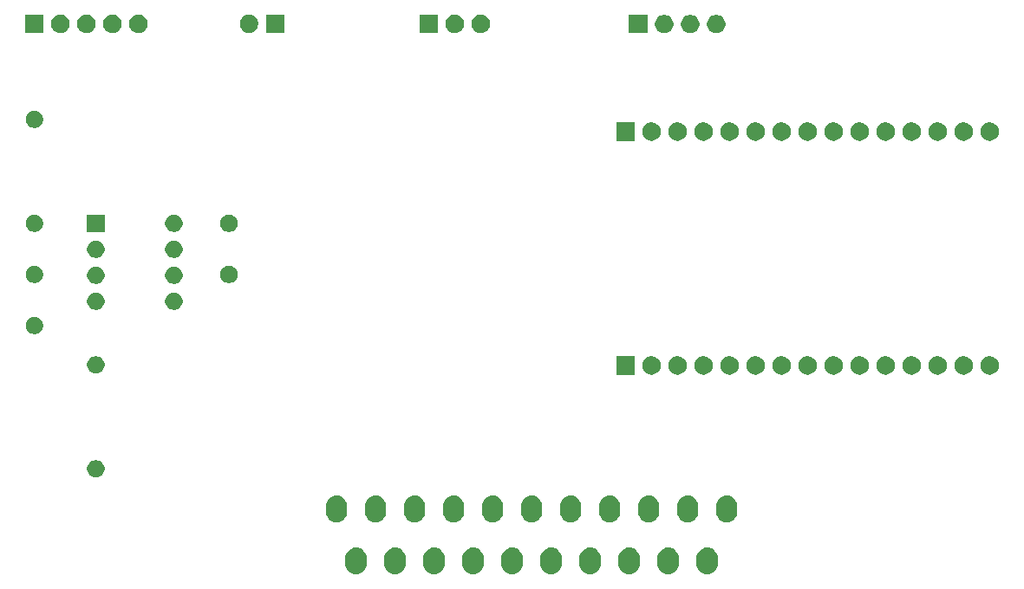
<source format=gbr>
G04 #@! TF.GenerationSoftware,KiCad,Pcbnew,(5.1.5)-3*
G04 #@! TF.CreationDate,2020-07-31T11:24:54+01:00*
G04 #@! TF.ProjectId,SCART_to_GBS8200,53434152-545f-4746-9f5f-474253383230,rev?*
G04 #@! TF.SameCoordinates,Original*
G04 #@! TF.FileFunction,Soldermask,Bot*
G04 #@! TF.FilePolarity,Negative*
%FSLAX46Y46*%
G04 Gerber Fmt 4.6, Leading zero omitted, Abs format (unit mm)*
G04 Created by KiCad (PCBNEW (5.1.5)-3) date 2020-07-31 11:24:54*
%MOMM*%
%LPD*%
G04 APERTURE LIST*
%ADD10C,0.150000*%
G04 APERTURE END LIST*
D10*
G36*
X92111031Y-144714207D02*
G01*
X92309145Y-144774305D01*
X92309148Y-144774306D01*
X92375030Y-144809521D01*
X92491729Y-144871897D01*
X92651765Y-145003235D01*
X92783103Y-145163271D01*
X92783104Y-145163273D01*
X92880694Y-145345851D01*
X92880694Y-145345852D01*
X92880695Y-145345854D01*
X92940793Y-145543968D01*
X92956000Y-145698370D01*
X92956000Y-146301629D01*
X92940793Y-146456031D01*
X92880695Y-146654145D01*
X92880694Y-146654148D01*
X92828940Y-146750974D01*
X92783103Y-146836729D01*
X92651765Y-146996765D01*
X92491729Y-147128103D01*
X92405975Y-147173939D01*
X92309149Y-147225694D01*
X92309146Y-147225695D01*
X92111032Y-147285793D01*
X91905000Y-147306085D01*
X91698969Y-147285793D01*
X91500855Y-147225695D01*
X91500852Y-147225694D01*
X91404026Y-147173939D01*
X91318272Y-147128103D01*
X91158236Y-146996765D01*
X91026898Y-146836729D01*
X90929306Y-146654148D01*
X90929305Y-146654147D01*
X90909272Y-146588108D01*
X90869207Y-146456032D01*
X90854000Y-146301630D01*
X90854000Y-145698371D01*
X90869207Y-145543969D01*
X90929305Y-145345855D01*
X90929306Y-145345852D01*
X90964521Y-145279970D01*
X91026897Y-145163271D01*
X91158235Y-145003235D01*
X91318271Y-144871897D01*
X91404025Y-144826061D01*
X91500851Y-144774306D01*
X91500854Y-144774305D01*
X91698968Y-144714207D01*
X91905000Y-144693915D01*
X92111031Y-144714207D01*
G37*
G36*
X95921031Y-144714207D02*
G01*
X96119145Y-144774305D01*
X96119148Y-144774306D01*
X96185030Y-144809521D01*
X96301729Y-144871897D01*
X96461765Y-145003235D01*
X96593103Y-145163271D01*
X96593104Y-145163273D01*
X96690694Y-145345851D01*
X96690694Y-145345852D01*
X96690695Y-145345854D01*
X96750793Y-145543968D01*
X96766000Y-145698370D01*
X96766000Y-146301629D01*
X96750793Y-146456031D01*
X96690695Y-146654145D01*
X96690694Y-146654148D01*
X96638940Y-146750974D01*
X96593103Y-146836729D01*
X96461765Y-146996765D01*
X96301729Y-147128103D01*
X96215975Y-147173939D01*
X96119149Y-147225694D01*
X96119146Y-147225695D01*
X95921032Y-147285793D01*
X95715000Y-147306085D01*
X95508969Y-147285793D01*
X95310855Y-147225695D01*
X95310852Y-147225694D01*
X95214026Y-147173939D01*
X95128272Y-147128103D01*
X94968236Y-146996765D01*
X94836898Y-146836729D01*
X94739306Y-146654148D01*
X94739305Y-146654147D01*
X94719272Y-146588108D01*
X94679207Y-146456032D01*
X94664000Y-146301630D01*
X94664000Y-145698371D01*
X94679207Y-145543969D01*
X94739305Y-145345855D01*
X94739306Y-145345852D01*
X94774521Y-145279970D01*
X94836897Y-145163271D01*
X94968235Y-145003235D01*
X95128271Y-144871897D01*
X95214025Y-144826061D01*
X95310851Y-144774306D01*
X95310854Y-144774305D01*
X95508968Y-144714207D01*
X95715000Y-144693915D01*
X95921031Y-144714207D01*
G37*
G36*
X126401031Y-144714207D02*
G01*
X126599145Y-144774305D01*
X126599148Y-144774306D01*
X126665030Y-144809521D01*
X126781729Y-144871897D01*
X126941765Y-145003235D01*
X127073103Y-145163271D01*
X127073104Y-145163273D01*
X127170694Y-145345851D01*
X127170694Y-145345852D01*
X127170695Y-145345854D01*
X127230793Y-145543968D01*
X127246000Y-145698370D01*
X127246000Y-146301629D01*
X127230793Y-146456031D01*
X127170695Y-146654145D01*
X127170694Y-146654148D01*
X127118940Y-146750974D01*
X127073103Y-146836729D01*
X126941765Y-146996765D01*
X126781729Y-147128103D01*
X126695975Y-147173939D01*
X126599149Y-147225694D01*
X126599146Y-147225695D01*
X126401032Y-147285793D01*
X126195000Y-147306085D01*
X125988969Y-147285793D01*
X125790855Y-147225695D01*
X125790852Y-147225694D01*
X125694026Y-147173939D01*
X125608272Y-147128103D01*
X125448236Y-146996765D01*
X125316898Y-146836729D01*
X125219306Y-146654148D01*
X125219305Y-146654147D01*
X125199272Y-146588108D01*
X125159207Y-146456032D01*
X125144000Y-146301630D01*
X125144000Y-145698371D01*
X125159207Y-145543969D01*
X125219305Y-145345855D01*
X125219306Y-145345852D01*
X125254521Y-145279970D01*
X125316897Y-145163271D01*
X125448235Y-145003235D01*
X125608271Y-144871897D01*
X125694025Y-144826061D01*
X125790851Y-144774306D01*
X125790854Y-144774305D01*
X125988968Y-144714207D01*
X126195000Y-144693915D01*
X126401031Y-144714207D01*
G37*
G36*
X122591031Y-144714207D02*
G01*
X122789145Y-144774305D01*
X122789148Y-144774306D01*
X122855030Y-144809521D01*
X122971729Y-144871897D01*
X123131765Y-145003235D01*
X123263103Y-145163271D01*
X123263104Y-145163273D01*
X123360694Y-145345851D01*
X123360694Y-145345852D01*
X123360695Y-145345854D01*
X123420793Y-145543968D01*
X123436000Y-145698370D01*
X123436000Y-146301629D01*
X123420793Y-146456031D01*
X123360695Y-146654145D01*
X123360694Y-146654148D01*
X123308940Y-146750974D01*
X123263103Y-146836729D01*
X123131765Y-146996765D01*
X122971729Y-147128103D01*
X122885975Y-147173939D01*
X122789149Y-147225694D01*
X122789146Y-147225695D01*
X122591032Y-147285793D01*
X122385000Y-147306085D01*
X122178969Y-147285793D01*
X121980855Y-147225695D01*
X121980852Y-147225694D01*
X121884026Y-147173939D01*
X121798272Y-147128103D01*
X121638236Y-146996765D01*
X121506898Y-146836729D01*
X121409306Y-146654148D01*
X121409305Y-146654147D01*
X121389272Y-146588108D01*
X121349207Y-146456032D01*
X121334000Y-146301630D01*
X121334000Y-145698371D01*
X121349207Y-145543969D01*
X121409305Y-145345855D01*
X121409306Y-145345852D01*
X121444521Y-145279970D01*
X121506897Y-145163271D01*
X121638235Y-145003235D01*
X121798271Y-144871897D01*
X121884025Y-144826061D01*
X121980851Y-144774306D01*
X121980854Y-144774305D01*
X122178968Y-144714207D01*
X122385000Y-144693915D01*
X122591031Y-144714207D01*
G37*
G36*
X118781031Y-144714207D02*
G01*
X118979145Y-144774305D01*
X118979148Y-144774306D01*
X119045030Y-144809521D01*
X119161729Y-144871897D01*
X119321765Y-145003235D01*
X119453103Y-145163271D01*
X119453104Y-145163273D01*
X119550694Y-145345851D01*
X119550694Y-145345852D01*
X119550695Y-145345854D01*
X119610793Y-145543968D01*
X119626000Y-145698370D01*
X119626000Y-146301629D01*
X119610793Y-146456031D01*
X119550695Y-146654145D01*
X119550694Y-146654148D01*
X119498940Y-146750974D01*
X119453103Y-146836729D01*
X119321765Y-146996765D01*
X119161729Y-147128103D01*
X119075975Y-147173939D01*
X118979149Y-147225694D01*
X118979146Y-147225695D01*
X118781032Y-147285793D01*
X118575000Y-147306085D01*
X118368969Y-147285793D01*
X118170855Y-147225695D01*
X118170852Y-147225694D01*
X118074026Y-147173939D01*
X117988272Y-147128103D01*
X117828236Y-146996765D01*
X117696898Y-146836729D01*
X117599306Y-146654148D01*
X117599305Y-146654147D01*
X117579272Y-146588108D01*
X117539207Y-146456032D01*
X117524000Y-146301630D01*
X117524000Y-145698371D01*
X117539207Y-145543969D01*
X117599305Y-145345855D01*
X117599306Y-145345852D01*
X117634521Y-145279970D01*
X117696897Y-145163271D01*
X117828235Y-145003235D01*
X117988271Y-144871897D01*
X118074025Y-144826061D01*
X118170851Y-144774306D01*
X118170854Y-144774305D01*
X118368968Y-144714207D01*
X118575000Y-144693915D01*
X118781031Y-144714207D01*
G37*
G36*
X114971031Y-144714207D02*
G01*
X115169145Y-144774305D01*
X115169148Y-144774306D01*
X115235030Y-144809521D01*
X115351729Y-144871897D01*
X115511765Y-145003235D01*
X115643103Y-145163271D01*
X115643104Y-145163273D01*
X115740694Y-145345851D01*
X115740694Y-145345852D01*
X115740695Y-145345854D01*
X115800793Y-145543968D01*
X115816000Y-145698370D01*
X115816000Y-146301629D01*
X115800793Y-146456031D01*
X115740695Y-146654145D01*
X115740694Y-146654148D01*
X115688940Y-146750974D01*
X115643103Y-146836729D01*
X115511765Y-146996765D01*
X115351729Y-147128103D01*
X115265975Y-147173939D01*
X115169149Y-147225694D01*
X115169146Y-147225695D01*
X114971032Y-147285793D01*
X114765000Y-147306085D01*
X114558969Y-147285793D01*
X114360855Y-147225695D01*
X114360852Y-147225694D01*
X114264026Y-147173939D01*
X114178272Y-147128103D01*
X114018236Y-146996765D01*
X113886898Y-146836729D01*
X113789306Y-146654148D01*
X113789305Y-146654147D01*
X113769272Y-146588108D01*
X113729207Y-146456032D01*
X113714000Y-146301630D01*
X113714000Y-145698371D01*
X113729207Y-145543969D01*
X113789305Y-145345855D01*
X113789306Y-145345852D01*
X113824521Y-145279970D01*
X113886897Y-145163271D01*
X114018235Y-145003235D01*
X114178271Y-144871897D01*
X114264025Y-144826061D01*
X114360851Y-144774306D01*
X114360854Y-144774305D01*
X114558968Y-144714207D01*
X114765000Y-144693915D01*
X114971031Y-144714207D01*
G37*
G36*
X107351031Y-144714207D02*
G01*
X107549145Y-144774305D01*
X107549148Y-144774306D01*
X107615030Y-144809521D01*
X107731729Y-144871897D01*
X107891765Y-145003235D01*
X108023103Y-145163271D01*
X108023104Y-145163273D01*
X108120694Y-145345851D01*
X108120694Y-145345852D01*
X108120695Y-145345854D01*
X108180793Y-145543968D01*
X108196000Y-145698370D01*
X108196000Y-146301629D01*
X108180793Y-146456031D01*
X108120695Y-146654145D01*
X108120694Y-146654148D01*
X108068940Y-146750974D01*
X108023103Y-146836729D01*
X107891765Y-146996765D01*
X107731729Y-147128103D01*
X107645975Y-147173939D01*
X107549149Y-147225694D01*
X107549146Y-147225695D01*
X107351032Y-147285793D01*
X107145000Y-147306085D01*
X106938969Y-147285793D01*
X106740855Y-147225695D01*
X106740852Y-147225694D01*
X106644026Y-147173939D01*
X106558272Y-147128103D01*
X106398236Y-146996765D01*
X106266898Y-146836729D01*
X106169306Y-146654148D01*
X106169305Y-146654147D01*
X106149272Y-146588108D01*
X106109207Y-146456032D01*
X106094000Y-146301630D01*
X106094000Y-145698371D01*
X106109207Y-145543969D01*
X106169305Y-145345855D01*
X106169306Y-145345852D01*
X106204521Y-145279970D01*
X106266897Y-145163271D01*
X106398235Y-145003235D01*
X106558271Y-144871897D01*
X106644025Y-144826061D01*
X106740851Y-144774306D01*
X106740854Y-144774305D01*
X106938968Y-144714207D01*
X107145000Y-144693915D01*
X107351031Y-144714207D01*
G37*
G36*
X103541031Y-144714207D02*
G01*
X103739145Y-144774305D01*
X103739148Y-144774306D01*
X103805030Y-144809521D01*
X103921729Y-144871897D01*
X104081765Y-145003235D01*
X104213103Y-145163271D01*
X104213104Y-145163273D01*
X104310694Y-145345851D01*
X104310694Y-145345852D01*
X104310695Y-145345854D01*
X104370793Y-145543968D01*
X104386000Y-145698370D01*
X104386000Y-146301629D01*
X104370793Y-146456031D01*
X104310695Y-146654145D01*
X104310694Y-146654148D01*
X104258940Y-146750974D01*
X104213103Y-146836729D01*
X104081765Y-146996765D01*
X103921729Y-147128103D01*
X103835975Y-147173939D01*
X103739149Y-147225694D01*
X103739146Y-147225695D01*
X103541032Y-147285793D01*
X103335000Y-147306085D01*
X103128969Y-147285793D01*
X102930855Y-147225695D01*
X102930852Y-147225694D01*
X102834026Y-147173939D01*
X102748272Y-147128103D01*
X102588236Y-146996765D01*
X102456898Y-146836729D01*
X102359306Y-146654148D01*
X102359305Y-146654147D01*
X102339272Y-146588108D01*
X102299207Y-146456032D01*
X102284000Y-146301630D01*
X102284000Y-145698371D01*
X102299207Y-145543969D01*
X102359305Y-145345855D01*
X102359306Y-145345852D01*
X102394521Y-145279970D01*
X102456897Y-145163271D01*
X102588235Y-145003235D01*
X102748271Y-144871897D01*
X102834025Y-144826061D01*
X102930851Y-144774306D01*
X102930854Y-144774305D01*
X103128968Y-144714207D01*
X103335000Y-144693915D01*
X103541031Y-144714207D01*
G37*
G36*
X99731031Y-144714207D02*
G01*
X99929145Y-144774305D01*
X99929148Y-144774306D01*
X99995030Y-144809521D01*
X100111729Y-144871897D01*
X100271765Y-145003235D01*
X100403103Y-145163271D01*
X100403104Y-145163273D01*
X100500694Y-145345851D01*
X100500694Y-145345852D01*
X100500695Y-145345854D01*
X100560793Y-145543968D01*
X100576000Y-145698370D01*
X100576000Y-146301629D01*
X100560793Y-146456031D01*
X100500695Y-146654145D01*
X100500694Y-146654148D01*
X100448940Y-146750974D01*
X100403103Y-146836729D01*
X100271765Y-146996765D01*
X100111729Y-147128103D01*
X100025975Y-147173939D01*
X99929149Y-147225694D01*
X99929146Y-147225695D01*
X99731032Y-147285793D01*
X99525000Y-147306085D01*
X99318969Y-147285793D01*
X99120855Y-147225695D01*
X99120852Y-147225694D01*
X99024026Y-147173939D01*
X98938272Y-147128103D01*
X98778236Y-146996765D01*
X98646898Y-146836729D01*
X98549306Y-146654148D01*
X98549305Y-146654147D01*
X98529272Y-146588108D01*
X98489207Y-146456032D01*
X98474000Y-146301630D01*
X98474000Y-145698371D01*
X98489207Y-145543969D01*
X98549305Y-145345855D01*
X98549306Y-145345852D01*
X98584521Y-145279970D01*
X98646897Y-145163271D01*
X98778235Y-145003235D01*
X98938271Y-144871897D01*
X99024025Y-144826061D01*
X99120851Y-144774306D01*
X99120854Y-144774305D01*
X99318968Y-144714207D01*
X99525000Y-144693915D01*
X99731031Y-144714207D01*
G37*
G36*
X111161031Y-144714207D02*
G01*
X111359145Y-144774305D01*
X111359148Y-144774306D01*
X111425030Y-144809521D01*
X111541729Y-144871897D01*
X111701765Y-145003235D01*
X111833103Y-145163271D01*
X111833104Y-145163273D01*
X111930694Y-145345851D01*
X111930694Y-145345852D01*
X111930695Y-145345854D01*
X111990793Y-145543968D01*
X112006000Y-145698370D01*
X112006000Y-146301629D01*
X111990793Y-146456031D01*
X111930695Y-146654145D01*
X111930694Y-146654148D01*
X111878940Y-146750974D01*
X111833103Y-146836729D01*
X111701765Y-146996765D01*
X111541729Y-147128103D01*
X111455975Y-147173939D01*
X111359149Y-147225694D01*
X111359146Y-147225695D01*
X111161032Y-147285793D01*
X110955000Y-147306085D01*
X110748969Y-147285793D01*
X110550855Y-147225695D01*
X110550852Y-147225694D01*
X110454026Y-147173939D01*
X110368272Y-147128103D01*
X110208236Y-146996765D01*
X110076898Y-146836729D01*
X109979306Y-146654148D01*
X109979305Y-146654147D01*
X109959272Y-146588108D01*
X109919207Y-146456032D01*
X109904000Y-146301630D01*
X109904000Y-145698371D01*
X109919207Y-145543969D01*
X109979305Y-145345855D01*
X109979306Y-145345852D01*
X110014521Y-145279970D01*
X110076897Y-145163271D01*
X110208235Y-145003235D01*
X110368271Y-144871897D01*
X110454025Y-144826061D01*
X110550851Y-144774306D01*
X110550854Y-144774305D01*
X110748968Y-144714207D01*
X110955000Y-144693915D01*
X111161031Y-144714207D01*
G37*
G36*
X90206031Y-139634207D02*
G01*
X90404145Y-139694305D01*
X90404148Y-139694306D01*
X90470030Y-139729521D01*
X90586729Y-139791897D01*
X90746765Y-139923235D01*
X90878103Y-140083271D01*
X90878104Y-140083273D01*
X90975694Y-140265851D01*
X90975694Y-140265852D01*
X90975695Y-140265854D01*
X91035793Y-140463968D01*
X91051000Y-140618370D01*
X91051000Y-141221629D01*
X91035793Y-141376031D01*
X90975695Y-141574145D01*
X90975694Y-141574148D01*
X90923940Y-141670974D01*
X90878103Y-141756729D01*
X90746765Y-141916765D01*
X90586729Y-142048103D01*
X90500975Y-142093939D01*
X90404149Y-142145694D01*
X90404146Y-142145695D01*
X90206032Y-142205793D01*
X90000000Y-142226085D01*
X89793969Y-142205793D01*
X89595855Y-142145695D01*
X89595852Y-142145694D01*
X89499026Y-142093939D01*
X89413272Y-142048103D01*
X89253236Y-141916765D01*
X89121898Y-141756729D01*
X89024306Y-141574148D01*
X89024305Y-141574147D01*
X89004272Y-141508108D01*
X88964207Y-141376032D01*
X88949000Y-141221630D01*
X88949000Y-140618371D01*
X88964207Y-140463969D01*
X89024305Y-140265855D01*
X89024306Y-140265852D01*
X89059521Y-140199970D01*
X89121897Y-140083271D01*
X89253235Y-139923235D01*
X89413271Y-139791897D01*
X89499025Y-139746061D01*
X89595851Y-139694306D01*
X89595854Y-139694305D01*
X89793968Y-139634207D01*
X90000000Y-139613915D01*
X90206031Y-139634207D01*
G37*
G36*
X97826031Y-139634207D02*
G01*
X98024145Y-139694305D01*
X98024148Y-139694306D01*
X98090030Y-139729521D01*
X98206729Y-139791897D01*
X98366765Y-139923235D01*
X98498103Y-140083271D01*
X98498104Y-140083273D01*
X98595694Y-140265851D01*
X98595694Y-140265852D01*
X98595695Y-140265854D01*
X98655793Y-140463968D01*
X98671000Y-140618370D01*
X98671000Y-141221629D01*
X98655793Y-141376031D01*
X98595695Y-141574145D01*
X98595694Y-141574148D01*
X98543940Y-141670974D01*
X98498103Y-141756729D01*
X98366765Y-141916765D01*
X98206729Y-142048103D01*
X98120975Y-142093939D01*
X98024149Y-142145694D01*
X98024146Y-142145695D01*
X97826032Y-142205793D01*
X97620000Y-142226085D01*
X97413969Y-142205793D01*
X97215855Y-142145695D01*
X97215852Y-142145694D01*
X97119026Y-142093939D01*
X97033272Y-142048103D01*
X96873236Y-141916765D01*
X96741898Y-141756729D01*
X96644306Y-141574148D01*
X96644305Y-141574147D01*
X96624272Y-141508108D01*
X96584207Y-141376032D01*
X96569000Y-141221630D01*
X96569000Y-140618371D01*
X96584207Y-140463969D01*
X96644305Y-140265855D01*
X96644306Y-140265852D01*
X96679521Y-140199970D01*
X96741897Y-140083271D01*
X96873235Y-139923235D01*
X97033271Y-139791897D01*
X97119025Y-139746061D01*
X97215851Y-139694306D01*
X97215854Y-139694305D01*
X97413968Y-139634207D01*
X97620000Y-139613915D01*
X97826031Y-139634207D01*
G37*
G36*
X101636031Y-139634207D02*
G01*
X101834145Y-139694305D01*
X101834148Y-139694306D01*
X101900030Y-139729521D01*
X102016729Y-139791897D01*
X102176765Y-139923235D01*
X102308103Y-140083271D01*
X102308104Y-140083273D01*
X102405694Y-140265851D01*
X102405694Y-140265852D01*
X102405695Y-140265854D01*
X102465793Y-140463968D01*
X102481000Y-140618370D01*
X102481000Y-141221629D01*
X102465793Y-141376031D01*
X102405695Y-141574145D01*
X102405694Y-141574148D01*
X102353940Y-141670974D01*
X102308103Y-141756729D01*
X102176765Y-141916765D01*
X102016729Y-142048103D01*
X101930975Y-142093939D01*
X101834149Y-142145694D01*
X101834146Y-142145695D01*
X101636032Y-142205793D01*
X101430000Y-142226085D01*
X101223969Y-142205793D01*
X101025855Y-142145695D01*
X101025852Y-142145694D01*
X100929026Y-142093939D01*
X100843272Y-142048103D01*
X100683236Y-141916765D01*
X100551898Y-141756729D01*
X100454306Y-141574148D01*
X100454305Y-141574147D01*
X100434272Y-141508108D01*
X100394207Y-141376032D01*
X100379000Y-141221630D01*
X100379000Y-140618371D01*
X100394207Y-140463969D01*
X100454305Y-140265855D01*
X100454306Y-140265852D01*
X100489521Y-140199970D01*
X100551897Y-140083271D01*
X100683235Y-139923235D01*
X100843271Y-139791897D01*
X100929025Y-139746061D01*
X101025851Y-139694306D01*
X101025854Y-139694305D01*
X101223968Y-139634207D01*
X101430000Y-139613915D01*
X101636031Y-139634207D01*
G37*
G36*
X94016031Y-139634207D02*
G01*
X94214145Y-139694305D01*
X94214148Y-139694306D01*
X94280030Y-139729521D01*
X94396729Y-139791897D01*
X94556765Y-139923235D01*
X94688103Y-140083271D01*
X94688104Y-140083273D01*
X94785694Y-140265851D01*
X94785694Y-140265852D01*
X94785695Y-140265854D01*
X94845793Y-140463968D01*
X94861000Y-140618370D01*
X94861000Y-141221629D01*
X94845793Y-141376031D01*
X94785695Y-141574145D01*
X94785694Y-141574148D01*
X94733940Y-141670974D01*
X94688103Y-141756729D01*
X94556765Y-141916765D01*
X94396729Y-142048103D01*
X94310975Y-142093939D01*
X94214149Y-142145694D01*
X94214146Y-142145695D01*
X94016032Y-142205793D01*
X93810000Y-142226085D01*
X93603969Y-142205793D01*
X93405855Y-142145695D01*
X93405852Y-142145694D01*
X93309026Y-142093939D01*
X93223272Y-142048103D01*
X93063236Y-141916765D01*
X92931898Y-141756729D01*
X92834306Y-141574148D01*
X92834305Y-141574147D01*
X92814272Y-141508108D01*
X92774207Y-141376032D01*
X92759000Y-141221630D01*
X92759000Y-140618371D01*
X92774207Y-140463969D01*
X92834305Y-140265855D01*
X92834306Y-140265852D01*
X92869521Y-140199970D01*
X92931897Y-140083271D01*
X93063235Y-139923235D01*
X93223271Y-139791897D01*
X93309025Y-139746061D01*
X93405851Y-139694306D01*
X93405854Y-139694305D01*
X93603968Y-139634207D01*
X93810000Y-139613915D01*
X94016031Y-139634207D01*
G37*
G36*
X128306031Y-139634207D02*
G01*
X128504145Y-139694305D01*
X128504148Y-139694306D01*
X128570030Y-139729521D01*
X128686729Y-139791897D01*
X128846765Y-139923235D01*
X128978103Y-140083271D01*
X128978104Y-140083273D01*
X129075694Y-140265851D01*
X129075694Y-140265852D01*
X129075695Y-140265854D01*
X129135793Y-140463968D01*
X129151000Y-140618370D01*
X129151000Y-141221629D01*
X129135793Y-141376031D01*
X129075695Y-141574145D01*
X129075694Y-141574148D01*
X129023940Y-141670974D01*
X128978103Y-141756729D01*
X128846765Y-141916765D01*
X128686729Y-142048103D01*
X128600975Y-142093939D01*
X128504149Y-142145694D01*
X128504146Y-142145695D01*
X128306032Y-142205793D01*
X128100000Y-142226085D01*
X127893969Y-142205793D01*
X127695855Y-142145695D01*
X127695852Y-142145694D01*
X127599026Y-142093939D01*
X127513272Y-142048103D01*
X127353236Y-141916765D01*
X127221898Y-141756729D01*
X127124306Y-141574148D01*
X127124305Y-141574147D01*
X127104272Y-141508108D01*
X127064207Y-141376032D01*
X127049000Y-141221630D01*
X127049000Y-140618371D01*
X127064207Y-140463969D01*
X127124305Y-140265855D01*
X127124306Y-140265852D01*
X127159521Y-140199970D01*
X127221897Y-140083271D01*
X127353235Y-139923235D01*
X127513271Y-139791897D01*
X127599025Y-139746061D01*
X127695851Y-139694306D01*
X127695854Y-139694305D01*
X127893968Y-139634207D01*
X128100000Y-139613915D01*
X128306031Y-139634207D01*
G37*
G36*
X124496031Y-139634207D02*
G01*
X124694145Y-139694305D01*
X124694148Y-139694306D01*
X124760030Y-139729521D01*
X124876729Y-139791897D01*
X125036765Y-139923235D01*
X125168103Y-140083271D01*
X125168104Y-140083273D01*
X125265694Y-140265851D01*
X125265694Y-140265852D01*
X125265695Y-140265854D01*
X125325793Y-140463968D01*
X125341000Y-140618370D01*
X125341000Y-141221629D01*
X125325793Y-141376031D01*
X125265695Y-141574145D01*
X125265694Y-141574148D01*
X125213940Y-141670974D01*
X125168103Y-141756729D01*
X125036765Y-141916765D01*
X124876729Y-142048103D01*
X124790975Y-142093939D01*
X124694149Y-142145694D01*
X124694146Y-142145695D01*
X124496032Y-142205793D01*
X124290000Y-142226085D01*
X124083969Y-142205793D01*
X123885855Y-142145695D01*
X123885852Y-142145694D01*
X123789026Y-142093939D01*
X123703272Y-142048103D01*
X123543236Y-141916765D01*
X123411898Y-141756729D01*
X123314306Y-141574148D01*
X123314305Y-141574147D01*
X123294272Y-141508108D01*
X123254207Y-141376032D01*
X123239000Y-141221630D01*
X123239000Y-140618371D01*
X123254207Y-140463969D01*
X123314305Y-140265855D01*
X123314306Y-140265852D01*
X123349521Y-140199970D01*
X123411897Y-140083271D01*
X123543235Y-139923235D01*
X123703271Y-139791897D01*
X123789025Y-139746061D01*
X123885851Y-139694306D01*
X123885854Y-139694305D01*
X124083968Y-139634207D01*
X124290000Y-139613915D01*
X124496031Y-139634207D01*
G37*
G36*
X120686031Y-139634207D02*
G01*
X120884145Y-139694305D01*
X120884148Y-139694306D01*
X120950030Y-139729521D01*
X121066729Y-139791897D01*
X121226765Y-139923235D01*
X121358103Y-140083271D01*
X121358104Y-140083273D01*
X121455694Y-140265851D01*
X121455694Y-140265852D01*
X121455695Y-140265854D01*
X121515793Y-140463968D01*
X121531000Y-140618370D01*
X121531000Y-141221629D01*
X121515793Y-141376031D01*
X121455695Y-141574145D01*
X121455694Y-141574148D01*
X121403940Y-141670974D01*
X121358103Y-141756729D01*
X121226765Y-141916765D01*
X121066729Y-142048103D01*
X120980975Y-142093939D01*
X120884149Y-142145694D01*
X120884146Y-142145695D01*
X120686032Y-142205793D01*
X120480000Y-142226085D01*
X120273969Y-142205793D01*
X120075855Y-142145695D01*
X120075852Y-142145694D01*
X119979026Y-142093939D01*
X119893272Y-142048103D01*
X119733236Y-141916765D01*
X119601898Y-141756729D01*
X119504306Y-141574148D01*
X119504305Y-141574147D01*
X119484272Y-141508108D01*
X119444207Y-141376032D01*
X119429000Y-141221630D01*
X119429000Y-140618371D01*
X119444207Y-140463969D01*
X119504305Y-140265855D01*
X119504306Y-140265852D01*
X119539521Y-140199970D01*
X119601897Y-140083271D01*
X119733235Y-139923235D01*
X119893271Y-139791897D01*
X119979025Y-139746061D01*
X120075851Y-139694306D01*
X120075854Y-139694305D01*
X120273968Y-139634207D01*
X120480000Y-139613915D01*
X120686031Y-139634207D01*
G37*
G36*
X116876031Y-139634207D02*
G01*
X117074145Y-139694305D01*
X117074148Y-139694306D01*
X117140030Y-139729521D01*
X117256729Y-139791897D01*
X117416765Y-139923235D01*
X117548103Y-140083271D01*
X117548104Y-140083273D01*
X117645694Y-140265851D01*
X117645694Y-140265852D01*
X117645695Y-140265854D01*
X117705793Y-140463968D01*
X117721000Y-140618370D01*
X117721000Y-141221629D01*
X117705793Y-141376031D01*
X117645695Y-141574145D01*
X117645694Y-141574148D01*
X117593940Y-141670974D01*
X117548103Y-141756729D01*
X117416765Y-141916765D01*
X117256729Y-142048103D01*
X117170975Y-142093939D01*
X117074149Y-142145694D01*
X117074146Y-142145695D01*
X116876032Y-142205793D01*
X116670000Y-142226085D01*
X116463969Y-142205793D01*
X116265855Y-142145695D01*
X116265852Y-142145694D01*
X116169026Y-142093939D01*
X116083272Y-142048103D01*
X115923236Y-141916765D01*
X115791898Y-141756729D01*
X115694306Y-141574148D01*
X115694305Y-141574147D01*
X115674272Y-141508108D01*
X115634207Y-141376032D01*
X115619000Y-141221630D01*
X115619000Y-140618371D01*
X115634207Y-140463969D01*
X115694305Y-140265855D01*
X115694306Y-140265852D01*
X115729521Y-140199970D01*
X115791897Y-140083271D01*
X115923235Y-139923235D01*
X116083271Y-139791897D01*
X116169025Y-139746061D01*
X116265851Y-139694306D01*
X116265854Y-139694305D01*
X116463968Y-139634207D01*
X116670000Y-139613915D01*
X116876031Y-139634207D01*
G37*
G36*
X113066031Y-139634207D02*
G01*
X113264145Y-139694305D01*
X113264148Y-139694306D01*
X113330030Y-139729521D01*
X113446729Y-139791897D01*
X113606765Y-139923235D01*
X113738103Y-140083271D01*
X113738104Y-140083273D01*
X113835694Y-140265851D01*
X113835694Y-140265852D01*
X113835695Y-140265854D01*
X113895793Y-140463968D01*
X113911000Y-140618370D01*
X113911000Y-141221629D01*
X113895793Y-141376031D01*
X113835695Y-141574145D01*
X113835694Y-141574148D01*
X113783940Y-141670974D01*
X113738103Y-141756729D01*
X113606765Y-141916765D01*
X113446729Y-142048103D01*
X113360975Y-142093939D01*
X113264149Y-142145694D01*
X113264146Y-142145695D01*
X113066032Y-142205793D01*
X112860000Y-142226085D01*
X112653969Y-142205793D01*
X112455855Y-142145695D01*
X112455852Y-142145694D01*
X112359026Y-142093939D01*
X112273272Y-142048103D01*
X112113236Y-141916765D01*
X111981898Y-141756729D01*
X111884306Y-141574148D01*
X111884305Y-141574147D01*
X111864272Y-141508108D01*
X111824207Y-141376032D01*
X111809000Y-141221630D01*
X111809000Y-140618371D01*
X111824207Y-140463969D01*
X111884305Y-140265855D01*
X111884306Y-140265852D01*
X111919521Y-140199970D01*
X111981897Y-140083271D01*
X112113235Y-139923235D01*
X112273271Y-139791897D01*
X112359025Y-139746061D01*
X112455851Y-139694306D01*
X112455854Y-139694305D01*
X112653968Y-139634207D01*
X112860000Y-139613915D01*
X113066031Y-139634207D01*
G37*
G36*
X105446031Y-139634207D02*
G01*
X105644145Y-139694305D01*
X105644148Y-139694306D01*
X105710030Y-139729521D01*
X105826729Y-139791897D01*
X105986765Y-139923235D01*
X106118103Y-140083271D01*
X106118104Y-140083273D01*
X106215694Y-140265851D01*
X106215694Y-140265852D01*
X106215695Y-140265854D01*
X106275793Y-140463968D01*
X106291000Y-140618370D01*
X106291000Y-141221629D01*
X106275793Y-141376031D01*
X106215695Y-141574145D01*
X106215694Y-141574148D01*
X106163940Y-141670974D01*
X106118103Y-141756729D01*
X105986765Y-141916765D01*
X105826729Y-142048103D01*
X105740975Y-142093939D01*
X105644149Y-142145694D01*
X105644146Y-142145695D01*
X105446032Y-142205793D01*
X105240000Y-142226085D01*
X105033969Y-142205793D01*
X104835855Y-142145695D01*
X104835852Y-142145694D01*
X104739026Y-142093939D01*
X104653272Y-142048103D01*
X104493236Y-141916765D01*
X104361898Y-141756729D01*
X104264306Y-141574148D01*
X104264305Y-141574147D01*
X104244272Y-141508108D01*
X104204207Y-141376032D01*
X104189000Y-141221630D01*
X104189000Y-140618371D01*
X104204207Y-140463969D01*
X104264305Y-140265855D01*
X104264306Y-140265852D01*
X104299521Y-140199970D01*
X104361897Y-140083271D01*
X104493235Y-139923235D01*
X104653271Y-139791897D01*
X104739025Y-139746061D01*
X104835851Y-139694306D01*
X104835854Y-139694305D01*
X105033968Y-139634207D01*
X105240000Y-139613915D01*
X105446031Y-139634207D01*
G37*
G36*
X109256031Y-139634207D02*
G01*
X109454145Y-139694305D01*
X109454148Y-139694306D01*
X109520030Y-139729521D01*
X109636729Y-139791897D01*
X109796765Y-139923235D01*
X109928103Y-140083271D01*
X109928104Y-140083273D01*
X110025694Y-140265851D01*
X110025694Y-140265852D01*
X110025695Y-140265854D01*
X110085793Y-140463968D01*
X110101000Y-140618370D01*
X110101000Y-141221629D01*
X110085793Y-141376031D01*
X110025695Y-141574145D01*
X110025694Y-141574148D01*
X109973940Y-141670974D01*
X109928103Y-141756729D01*
X109796765Y-141916765D01*
X109636729Y-142048103D01*
X109550975Y-142093939D01*
X109454149Y-142145694D01*
X109454146Y-142145695D01*
X109256032Y-142205793D01*
X109050000Y-142226085D01*
X108843969Y-142205793D01*
X108645855Y-142145695D01*
X108645852Y-142145694D01*
X108549026Y-142093939D01*
X108463272Y-142048103D01*
X108303236Y-141916765D01*
X108171898Y-141756729D01*
X108074306Y-141574148D01*
X108074305Y-141574147D01*
X108054272Y-141508108D01*
X108014207Y-141376032D01*
X107999000Y-141221630D01*
X107999000Y-140618371D01*
X108014207Y-140463969D01*
X108074305Y-140265855D01*
X108074306Y-140265852D01*
X108109521Y-140199970D01*
X108171897Y-140083271D01*
X108303235Y-139923235D01*
X108463271Y-139791897D01*
X108549025Y-139746061D01*
X108645851Y-139694306D01*
X108645854Y-139694305D01*
X108843968Y-139634207D01*
X109050000Y-139613915D01*
X109256031Y-139634207D01*
G37*
G36*
X66748228Y-136181703D02*
G01*
X66903100Y-136245853D01*
X67042481Y-136338985D01*
X67161015Y-136457519D01*
X67254147Y-136596900D01*
X67318297Y-136751772D01*
X67351000Y-136916184D01*
X67351000Y-137083816D01*
X67318297Y-137248228D01*
X67254147Y-137403100D01*
X67161015Y-137542481D01*
X67042481Y-137661015D01*
X66903100Y-137754147D01*
X66748228Y-137818297D01*
X66583816Y-137851000D01*
X66416184Y-137851000D01*
X66251772Y-137818297D01*
X66096900Y-137754147D01*
X65957519Y-137661015D01*
X65838985Y-137542481D01*
X65745853Y-137403100D01*
X65681703Y-137248228D01*
X65649000Y-137083816D01*
X65649000Y-136916184D01*
X65681703Y-136751772D01*
X65745853Y-136596900D01*
X65838985Y-136457519D01*
X65957519Y-136338985D01*
X66096900Y-136245853D01*
X66251772Y-136181703D01*
X66416184Y-136149000D01*
X66583816Y-136149000D01*
X66748228Y-136181703D01*
G37*
G36*
X119121000Y-127801000D02*
G01*
X117319000Y-127801000D01*
X117319000Y-125999000D01*
X119121000Y-125999000D01*
X119121000Y-127801000D01*
G37*
G36*
X151353512Y-126003927D02*
G01*
X151502812Y-126033624D01*
X151666784Y-126101544D01*
X151814354Y-126200147D01*
X151939853Y-126325646D01*
X152038456Y-126473216D01*
X152106376Y-126637188D01*
X152141000Y-126811259D01*
X152141000Y-126988741D01*
X152106376Y-127162812D01*
X152038456Y-127326784D01*
X151939853Y-127474354D01*
X151814354Y-127599853D01*
X151666784Y-127698456D01*
X151502812Y-127766376D01*
X151353512Y-127796073D01*
X151328742Y-127801000D01*
X151151258Y-127801000D01*
X151126488Y-127796073D01*
X150977188Y-127766376D01*
X150813216Y-127698456D01*
X150665646Y-127599853D01*
X150540147Y-127474354D01*
X150441544Y-127326784D01*
X150373624Y-127162812D01*
X150339000Y-126988741D01*
X150339000Y-126811259D01*
X150373624Y-126637188D01*
X150441544Y-126473216D01*
X150540147Y-126325646D01*
X150665646Y-126200147D01*
X150813216Y-126101544D01*
X150977188Y-126033624D01*
X151126488Y-126003927D01*
X151151258Y-125999000D01*
X151328742Y-125999000D01*
X151353512Y-126003927D01*
G37*
G36*
X148813512Y-126003927D02*
G01*
X148962812Y-126033624D01*
X149126784Y-126101544D01*
X149274354Y-126200147D01*
X149399853Y-126325646D01*
X149498456Y-126473216D01*
X149566376Y-126637188D01*
X149601000Y-126811259D01*
X149601000Y-126988741D01*
X149566376Y-127162812D01*
X149498456Y-127326784D01*
X149399853Y-127474354D01*
X149274354Y-127599853D01*
X149126784Y-127698456D01*
X148962812Y-127766376D01*
X148813512Y-127796073D01*
X148788742Y-127801000D01*
X148611258Y-127801000D01*
X148586488Y-127796073D01*
X148437188Y-127766376D01*
X148273216Y-127698456D01*
X148125646Y-127599853D01*
X148000147Y-127474354D01*
X147901544Y-127326784D01*
X147833624Y-127162812D01*
X147799000Y-126988741D01*
X147799000Y-126811259D01*
X147833624Y-126637188D01*
X147901544Y-126473216D01*
X148000147Y-126325646D01*
X148125646Y-126200147D01*
X148273216Y-126101544D01*
X148437188Y-126033624D01*
X148586488Y-126003927D01*
X148611258Y-125999000D01*
X148788742Y-125999000D01*
X148813512Y-126003927D01*
G37*
G36*
X146273512Y-126003927D02*
G01*
X146422812Y-126033624D01*
X146586784Y-126101544D01*
X146734354Y-126200147D01*
X146859853Y-126325646D01*
X146958456Y-126473216D01*
X147026376Y-126637188D01*
X147061000Y-126811259D01*
X147061000Y-126988741D01*
X147026376Y-127162812D01*
X146958456Y-127326784D01*
X146859853Y-127474354D01*
X146734354Y-127599853D01*
X146586784Y-127698456D01*
X146422812Y-127766376D01*
X146273512Y-127796073D01*
X146248742Y-127801000D01*
X146071258Y-127801000D01*
X146046488Y-127796073D01*
X145897188Y-127766376D01*
X145733216Y-127698456D01*
X145585646Y-127599853D01*
X145460147Y-127474354D01*
X145361544Y-127326784D01*
X145293624Y-127162812D01*
X145259000Y-126988741D01*
X145259000Y-126811259D01*
X145293624Y-126637188D01*
X145361544Y-126473216D01*
X145460147Y-126325646D01*
X145585646Y-126200147D01*
X145733216Y-126101544D01*
X145897188Y-126033624D01*
X146046488Y-126003927D01*
X146071258Y-125999000D01*
X146248742Y-125999000D01*
X146273512Y-126003927D01*
G37*
G36*
X143733512Y-126003927D02*
G01*
X143882812Y-126033624D01*
X144046784Y-126101544D01*
X144194354Y-126200147D01*
X144319853Y-126325646D01*
X144418456Y-126473216D01*
X144486376Y-126637188D01*
X144521000Y-126811259D01*
X144521000Y-126988741D01*
X144486376Y-127162812D01*
X144418456Y-127326784D01*
X144319853Y-127474354D01*
X144194354Y-127599853D01*
X144046784Y-127698456D01*
X143882812Y-127766376D01*
X143733512Y-127796073D01*
X143708742Y-127801000D01*
X143531258Y-127801000D01*
X143506488Y-127796073D01*
X143357188Y-127766376D01*
X143193216Y-127698456D01*
X143045646Y-127599853D01*
X142920147Y-127474354D01*
X142821544Y-127326784D01*
X142753624Y-127162812D01*
X142719000Y-126988741D01*
X142719000Y-126811259D01*
X142753624Y-126637188D01*
X142821544Y-126473216D01*
X142920147Y-126325646D01*
X143045646Y-126200147D01*
X143193216Y-126101544D01*
X143357188Y-126033624D01*
X143506488Y-126003927D01*
X143531258Y-125999000D01*
X143708742Y-125999000D01*
X143733512Y-126003927D01*
G37*
G36*
X141193512Y-126003927D02*
G01*
X141342812Y-126033624D01*
X141506784Y-126101544D01*
X141654354Y-126200147D01*
X141779853Y-126325646D01*
X141878456Y-126473216D01*
X141946376Y-126637188D01*
X141981000Y-126811259D01*
X141981000Y-126988741D01*
X141946376Y-127162812D01*
X141878456Y-127326784D01*
X141779853Y-127474354D01*
X141654354Y-127599853D01*
X141506784Y-127698456D01*
X141342812Y-127766376D01*
X141193512Y-127796073D01*
X141168742Y-127801000D01*
X140991258Y-127801000D01*
X140966488Y-127796073D01*
X140817188Y-127766376D01*
X140653216Y-127698456D01*
X140505646Y-127599853D01*
X140380147Y-127474354D01*
X140281544Y-127326784D01*
X140213624Y-127162812D01*
X140179000Y-126988741D01*
X140179000Y-126811259D01*
X140213624Y-126637188D01*
X140281544Y-126473216D01*
X140380147Y-126325646D01*
X140505646Y-126200147D01*
X140653216Y-126101544D01*
X140817188Y-126033624D01*
X140966488Y-126003927D01*
X140991258Y-125999000D01*
X141168742Y-125999000D01*
X141193512Y-126003927D01*
G37*
G36*
X138653512Y-126003927D02*
G01*
X138802812Y-126033624D01*
X138966784Y-126101544D01*
X139114354Y-126200147D01*
X139239853Y-126325646D01*
X139338456Y-126473216D01*
X139406376Y-126637188D01*
X139441000Y-126811259D01*
X139441000Y-126988741D01*
X139406376Y-127162812D01*
X139338456Y-127326784D01*
X139239853Y-127474354D01*
X139114354Y-127599853D01*
X138966784Y-127698456D01*
X138802812Y-127766376D01*
X138653512Y-127796073D01*
X138628742Y-127801000D01*
X138451258Y-127801000D01*
X138426488Y-127796073D01*
X138277188Y-127766376D01*
X138113216Y-127698456D01*
X137965646Y-127599853D01*
X137840147Y-127474354D01*
X137741544Y-127326784D01*
X137673624Y-127162812D01*
X137639000Y-126988741D01*
X137639000Y-126811259D01*
X137673624Y-126637188D01*
X137741544Y-126473216D01*
X137840147Y-126325646D01*
X137965646Y-126200147D01*
X138113216Y-126101544D01*
X138277188Y-126033624D01*
X138426488Y-126003927D01*
X138451258Y-125999000D01*
X138628742Y-125999000D01*
X138653512Y-126003927D01*
G37*
G36*
X136113512Y-126003927D02*
G01*
X136262812Y-126033624D01*
X136426784Y-126101544D01*
X136574354Y-126200147D01*
X136699853Y-126325646D01*
X136798456Y-126473216D01*
X136866376Y-126637188D01*
X136901000Y-126811259D01*
X136901000Y-126988741D01*
X136866376Y-127162812D01*
X136798456Y-127326784D01*
X136699853Y-127474354D01*
X136574354Y-127599853D01*
X136426784Y-127698456D01*
X136262812Y-127766376D01*
X136113512Y-127796073D01*
X136088742Y-127801000D01*
X135911258Y-127801000D01*
X135886488Y-127796073D01*
X135737188Y-127766376D01*
X135573216Y-127698456D01*
X135425646Y-127599853D01*
X135300147Y-127474354D01*
X135201544Y-127326784D01*
X135133624Y-127162812D01*
X135099000Y-126988741D01*
X135099000Y-126811259D01*
X135133624Y-126637188D01*
X135201544Y-126473216D01*
X135300147Y-126325646D01*
X135425646Y-126200147D01*
X135573216Y-126101544D01*
X135737188Y-126033624D01*
X135886488Y-126003927D01*
X135911258Y-125999000D01*
X136088742Y-125999000D01*
X136113512Y-126003927D01*
G37*
G36*
X133573512Y-126003927D02*
G01*
X133722812Y-126033624D01*
X133886784Y-126101544D01*
X134034354Y-126200147D01*
X134159853Y-126325646D01*
X134258456Y-126473216D01*
X134326376Y-126637188D01*
X134361000Y-126811259D01*
X134361000Y-126988741D01*
X134326376Y-127162812D01*
X134258456Y-127326784D01*
X134159853Y-127474354D01*
X134034354Y-127599853D01*
X133886784Y-127698456D01*
X133722812Y-127766376D01*
X133573512Y-127796073D01*
X133548742Y-127801000D01*
X133371258Y-127801000D01*
X133346488Y-127796073D01*
X133197188Y-127766376D01*
X133033216Y-127698456D01*
X132885646Y-127599853D01*
X132760147Y-127474354D01*
X132661544Y-127326784D01*
X132593624Y-127162812D01*
X132559000Y-126988741D01*
X132559000Y-126811259D01*
X132593624Y-126637188D01*
X132661544Y-126473216D01*
X132760147Y-126325646D01*
X132885646Y-126200147D01*
X133033216Y-126101544D01*
X133197188Y-126033624D01*
X133346488Y-126003927D01*
X133371258Y-125999000D01*
X133548742Y-125999000D01*
X133573512Y-126003927D01*
G37*
G36*
X131033512Y-126003927D02*
G01*
X131182812Y-126033624D01*
X131346784Y-126101544D01*
X131494354Y-126200147D01*
X131619853Y-126325646D01*
X131718456Y-126473216D01*
X131786376Y-126637188D01*
X131821000Y-126811259D01*
X131821000Y-126988741D01*
X131786376Y-127162812D01*
X131718456Y-127326784D01*
X131619853Y-127474354D01*
X131494354Y-127599853D01*
X131346784Y-127698456D01*
X131182812Y-127766376D01*
X131033512Y-127796073D01*
X131008742Y-127801000D01*
X130831258Y-127801000D01*
X130806488Y-127796073D01*
X130657188Y-127766376D01*
X130493216Y-127698456D01*
X130345646Y-127599853D01*
X130220147Y-127474354D01*
X130121544Y-127326784D01*
X130053624Y-127162812D01*
X130019000Y-126988741D01*
X130019000Y-126811259D01*
X130053624Y-126637188D01*
X130121544Y-126473216D01*
X130220147Y-126325646D01*
X130345646Y-126200147D01*
X130493216Y-126101544D01*
X130657188Y-126033624D01*
X130806488Y-126003927D01*
X130831258Y-125999000D01*
X131008742Y-125999000D01*
X131033512Y-126003927D01*
G37*
G36*
X128493512Y-126003927D02*
G01*
X128642812Y-126033624D01*
X128806784Y-126101544D01*
X128954354Y-126200147D01*
X129079853Y-126325646D01*
X129178456Y-126473216D01*
X129246376Y-126637188D01*
X129281000Y-126811259D01*
X129281000Y-126988741D01*
X129246376Y-127162812D01*
X129178456Y-127326784D01*
X129079853Y-127474354D01*
X128954354Y-127599853D01*
X128806784Y-127698456D01*
X128642812Y-127766376D01*
X128493512Y-127796073D01*
X128468742Y-127801000D01*
X128291258Y-127801000D01*
X128266488Y-127796073D01*
X128117188Y-127766376D01*
X127953216Y-127698456D01*
X127805646Y-127599853D01*
X127680147Y-127474354D01*
X127581544Y-127326784D01*
X127513624Y-127162812D01*
X127479000Y-126988741D01*
X127479000Y-126811259D01*
X127513624Y-126637188D01*
X127581544Y-126473216D01*
X127680147Y-126325646D01*
X127805646Y-126200147D01*
X127953216Y-126101544D01*
X128117188Y-126033624D01*
X128266488Y-126003927D01*
X128291258Y-125999000D01*
X128468742Y-125999000D01*
X128493512Y-126003927D01*
G37*
G36*
X125953512Y-126003927D02*
G01*
X126102812Y-126033624D01*
X126266784Y-126101544D01*
X126414354Y-126200147D01*
X126539853Y-126325646D01*
X126638456Y-126473216D01*
X126706376Y-126637188D01*
X126741000Y-126811259D01*
X126741000Y-126988741D01*
X126706376Y-127162812D01*
X126638456Y-127326784D01*
X126539853Y-127474354D01*
X126414354Y-127599853D01*
X126266784Y-127698456D01*
X126102812Y-127766376D01*
X125953512Y-127796073D01*
X125928742Y-127801000D01*
X125751258Y-127801000D01*
X125726488Y-127796073D01*
X125577188Y-127766376D01*
X125413216Y-127698456D01*
X125265646Y-127599853D01*
X125140147Y-127474354D01*
X125041544Y-127326784D01*
X124973624Y-127162812D01*
X124939000Y-126988741D01*
X124939000Y-126811259D01*
X124973624Y-126637188D01*
X125041544Y-126473216D01*
X125140147Y-126325646D01*
X125265646Y-126200147D01*
X125413216Y-126101544D01*
X125577188Y-126033624D01*
X125726488Y-126003927D01*
X125751258Y-125999000D01*
X125928742Y-125999000D01*
X125953512Y-126003927D01*
G37*
G36*
X123413512Y-126003927D02*
G01*
X123562812Y-126033624D01*
X123726784Y-126101544D01*
X123874354Y-126200147D01*
X123999853Y-126325646D01*
X124098456Y-126473216D01*
X124166376Y-126637188D01*
X124201000Y-126811259D01*
X124201000Y-126988741D01*
X124166376Y-127162812D01*
X124098456Y-127326784D01*
X123999853Y-127474354D01*
X123874354Y-127599853D01*
X123726784Y-127698456D01*
X123562812Y-127766376D01*
X123413512Y-127796073D01*
X123388742Y-127801000D01*
X123211258Y-127801000D01*
X123186488Y-127796073D01*
X123037188Y-127766376D01*
X122873216Y-127698456D01*
X122725646Y-127599853D01*
X122600147Y-127474354D01*
X122501544Y-127326784D01*
X122433624Y-127162812D01*
X122399000Y-126988741D01*
X122399000Y-126811259D01*
X122433624Y-126637188D01*
X122501544Y-126473216D01*
X122600147Y-126325646D01*
X122725646Y-126200147D01*
X122873216Y-126101544D01*
X123037188Y-126033624D01*
X123186488Y-126003927D01*
X123211258Y-125999000D01*
X123388742Y-125999000D01*
X123413512Y-126003927D01*
G37*
G36*
X120873512Y-126003927D02*
G01*
X121022812Y-126033624D01*
X121186784Y-126101544D01*
X121334354Y-126200147D01*
X121459853Y-126325646D01*
X121558456Y-126473216D01*
X121626376Y-126637188D01*
X121661000Y-126811259D01*
X121661000Y-126988741D01*
X121626376Y-127162812D01*
X121558456Y-127326784D01*
X121459853Y-127474354D01*
X121334354Y-127599853D01*
X121186784Y-127698456D01*
X121022812Y-127766376D01*
X120873512Y-127796073D01*
X120848742Y-127801000D01*
X120671258Y-127801000D01*
X120646488Y-127796073D01*
X120497188Y-127766376D01*
X120333216Y-127698456D01*
X120185646Y-127599853D01*
X120060147Y-127474354D01*
X119961544Y-127326784D01*
X119893624Y-127162812D01*
X119859000Y-126988741D01*
X119859000Y-126811259D01*
X119893624Y-126637188D01*
X119961544Y-126473216D01*
X120060147Y-126325646D01*
X120185646Y-126200147D01*
X120333216Y-126101544D01*
X120497188Y-126033624D01*
X120646488Y-126003927D01*
X120671258Y-125999000D01*
X120848742Y-125999000D01*
X120873512Y-126003927D01*
G37*
G36*
X153893512Y-126003927D02*
G01*
X154042812Y-126033624D01*
X154206784Y-126101544D01*
X154354354Y-126200147D01*
X154479853Y-126325646D01*
X154578456Y-126473216D01*
X154646376Y-126637188D01*
X154681000Y-126811259D01*
X154681000Y-126988741D01*
X154646376Y-127162812D01*
X154578456Y-127326784D01*
X154479853Y-127474354D01*
X154354354Y-127599853D01*
X154206784Y-127698456D01*
X154042812Y-127766376D01*
X153893512Y-127796073D01*
X153868742Y-127801000D01*
X153691258Y-127801000D01*
X153666488Y-127796073D01*
X153517188Y-127766376D01*
X153353216Y-127698456D01*
X153205646Y-127599853D01*
X153080147Y-127474354D01*
X152981544Y-127326784D01*
X152913624Y-127162812D01*
X152879000Y-126988741D01*
X152879000Y-126811259D01*
X152913624Y-126637188D01*
X152981544Y-126473216D01*
X153080147Y-126325646D01*
X153205646Y-126200147D01*
X153353216Y-126101544D01*
X153517188Y-126033624D01*
X153666488Y-126003927D01*
X153691258Y-125999000D01*
X153868742Y-125999000D01*
X153893512Y-126003927D01*
G37*
G36*
X66748228Y-126021703D02*
G01*
X66903100Y-126085853D01*
X67042481Y-126178985D01*
X67161015Y-126297519D01*
X67254147Y-126436900D01*
X67318297Y-126591772D01*
X67351000Y-126756184D01*
X67351000Y-126923816D01*
X67318297Y-127088228D01*
X67254147Y-127243100D01*
X67161015Y-127382481D01*
X67042481Y-127501015D01*
X66903100Y-127594147D01*
X66748228Y-127658297D01*
X66583816Y-127691000D01*
X66416184Y-127691000D01*
X66251772Y-127658297D01*
X66096900Y-127594147D01*
X65957519Y-127501015D01*
X65838985Y-127382481D01*
X65745853Y-127243100D01*
X65681703Y-127088228D01*
X65649000Y-126923816D01*
X65649000Y-126756184D01*
X65681703Y-126591772D01*
X65745853Y-126436900D01*
X65838985Y-126297519D01*
X65957519Y-126178985D01*
X66096900Y-126085853D01*
X66251772Y-126021703D01*
X66416184Y-125989000D01*
X66583816Y-125989000D01*
X66748228Y-126021703D01*
G37*
G36*
X60748228Y-122181703D02*
G01*
X60903100Y-122245853D01*
X61042481Y-122338985D01*
X61161015Y-122457519D01*
X61254147Y-122596900D01*
X61318297Y-122751772D01*
X61351000Y-122916184D01*
X61351000Y-123083816D01*
X61318297Y-123248228D01*
X61254147Y-123403100D01*
X61161015Y-123542481D01*
X61042481Y-123661015D01*
X60903100Y-123754147D01*
X60748228Y-123818297D01*
X60583816Y-123851000D01*
X60416184Y-123851000D01*
X60251772Y-123818297D01*
X60096900Y-123754147D01*
X59957519Y-123661015D01*
X59838985Y-123542481D01*
X59745853Y-123403100D01*
X59681703Y-123248228D01*
X59649000Y-123083816D01*
X59649000Y-122916184D01*
X59681703Y-122751772D01*
X59745853Y-122596900D01*
X59838985Y-122457519D01*
X59957519Y-122338985D01*
X60096900Y-122245853D01*
X60251772Y-122181703D01*
X60416184Y-122149000D01*
X60583816Y-122149000D01*
X60748228Y-122181703D01*
G37*
G36*
X74368228Y-119801703D02*
G01*
X74523100Y-119865853D01*
X74662481Y-119958985D01*
X74781015Y-120077519D01*
X74874147Y-120216900D01*
X74938297Y-120371772D01*
X74971000Y-120536184D01*
X74971000Y-120703816D01*
X74938297Y-120868228D01*
X74874147Y-121023100D01*
X74781015Y-121162481D01*
X74662481Y-121281015D01*
X74523100Y-121374147D01*
X74368228Y-121438297D01*
X74203816Y-121471000D01*
X74036184Y-121471000D01*
X73871772Y-121438297D01*
X73716900Y-121374147D01*
X73577519Y-121281015D01*
X73458985Y-121162481D01*
X73365853Y-121023100D01*
X73301703Y-120868228D01*
X73269000Y-120703816D01*
X73269000Y-120536184D01*
X73301703Y-120371772D01*
X73365853Y-120216900D01*
X73458985Y-120077519D01*
X73577519Y-119958985D01*
X73716900Y-119865853D01*
X73871772Y-119801703D01*
X74036184Y-119769000D01*
X74203816Y-119769000D01*
X74368228Y-119801703D01*
G37*
G36*
X66748228Y-119801703D02*
G01*
X66903100Y-119865853D01*
X67042481Y-119958985D01*
X67161015Y-120077519D01*
X67254147Y-120216900D01*
X67318297Y-120371772D01*
X67351000Y-120536184D01*
X67351000Y-120703816D01*
X67318297Y-120868228D01*
X67254147Y-121023100D01*
X67161015Y-121162481D01*
X67042481Y-121281015D01*
X66903100Y-121374147D01*
X66748228Y-121438297D01*
X66583816Y-121471000D01*
X66416184Y-121471000D01*
X66251772Y-121438297D01*
X66096900Y-121374147D01*
X65957519Y-121281015D01*
X65838985Y-121162481D01*
X65745853Y-121023100D01*
X65681703Y-120868228D01*
X65649000Y-120703816D01*
X65649000Y-120536184D01*
X65681703Y-120371772D01*
X65745853Y-120216900D01*
X65838985Y-120077519D01*
X65957519Y-119958985D01*
X66096900Y-119865853D01*
X66251772Y-119801703D01*
X66416184Y-119769000D01*
X66583816Y-119769000D01*
X66748228Y-119801703D01*
G37*
G36*
X66748228Y-117261703D02*
G01*
X66903100Y-117325853D01*
X67042481Y-117418985D01*
X67161015Y-117537519D01*
X67254147Y-117676900D01*
X67318297Y-117831772D01*
X67351000Y-117996184D01*
X67351000Y-118163816D01*
X67318297Y-118328228D01*
X67254147Y-118483100D01*
X67161015Y-118622481D01*
X67042481Y-118741015D01*
X66903100Y-118834147D01*
X66748228Y-118898297D01*
X66583816Y-118931000D01*
X66416184Y-118931000D01*
X66251772Y-118898297D01*
X66096900Y-118834147D01*
X65957519Y-118741015D01*
X65838985Y-118622481D01*
X65745853Y-118483100D01*
X65681703Y-118328228D01*
X65649000Y-118163816D01*
X65649000Y-117996184D01*
X65681703Y-117831772D01*
X65745853Y-117676900D01*
X65838985Y-117537519D01*
X65957519Y-117418985D01*
X66096900Y-117325853D01*
X66251772Y-117261703D01*
X66416184Y-117229000D01*
X66583816Y-117229000D01*
X66748228Y-117261703D01*
G37*
G36*
X74368228Y-117261703D02*
G01*
X74523100Y-117325853D01*
X74662481Y-117418985D01*
X74781015Y-117537519D01*
X74874147Y-117676900D01*
X74938297Y-117831772D01*
X74971000Y-117996184D01*
X74971000Y-118163816D01*
X74938297Y-118328228D01*
X74874147Y-118483100D01*
X74781015Y-118622481D01*
X74662481Y-118741015D01*
X74523100Y-118834147D01*
X74368228Y-118898297D01*
X74203816Y-118931000D01*
X74036184Y-118931000D01*
X73871772Y-118898297D01*
X73716900Y-118834147D01*
X73577519Y-118741015D01*
X73458985Y-118622481D01*
X73365853Y-118483100D01*
X73301703Y-118328228D01*
X73269000Y-118163816D01*
X73269000Y-117996184D01*
X73301703Y-117831772D01*
X73365853Y-117676900D01*
X73458985Y-117537519D01*
X73577519Y-117418985D01*
X73716900Y-117325853D01*
X73871772Y-117261703D01*
X74036184Y-117229000D01*
X74203816Y-117229000D01*
X74368228Y-117261703D01*
G37*
G36*
X79748228Y-117181703D02*
G01*
X79903100Y-117245853D01*
X80042481Y-117338985D01*
X80161015Y-117457519D01*
X80254147Y-117596900D01*
X80318297Y-117751772D01*
X80351000Y-117916184D01*
X80351000Y-118083816D01*
X80318297Y-118248228D01*
X80254147Y-118403100D01*
X80161015Y-118542481D01*
X80042481Y-118661015D01*
X79903100Y-118754147D01*
X79748228Y-118818297D01*
X79583816Y-118851000D01*
X79416184Y-118851000D01*
X79251772Y-118818297D01*
X79096900Y-118754147D01*
X78957519Y-118661015D01*
X78838985Y-118542481D01*
X78745853Y-118403100D01*
X78681703Y-118248228D01*
X78649000Y-118083816D01*
X78649000Y-117916184D01*
X78681703Y-117751772D01*
X78745853Y-117596900D01*
X78838985Y-117457519D01*
X78957519Y-117338985D01*
X79096900Y-117245853D01*
X79251772Y-117181703D01*
X79416184Y-117149000D01*
X79583816Y-117149000D01*
X79748228Y-117181703D01*
G37*
G36*
X60748228Y-117181703D02*
G01*
X60903100Y-117245853D01*
X61042481Y-117338985D01*
X61161015Y-117457519D01*
X61254147Y-117596900D01*
X61318297Y-117751772D01*
X61351000Y-117916184D01*
X61351000Y-118083816D01*
X61318297Y-118248228D01*
X61254147Y-118403100D01*
X61161015Y-118542481D01*
X61042481Y-118661015D01*
X60903100Y-118754147D01*
X60748228Y-118818297D01*
X60583816Y-118851000D01*
X60416184Y-118851000D01*
X60251772Y-118818297D01*
X60096900Y-118754147D01*
X59957519Y-118661015D01*
X59838985Y-118542481D01*
X59745853Y-118403100D01*
X59681703Y-118248228D01*
X59649000Y-118083816D01*
X59649000Y-117916184D01*
X59681703Y-117751772D01*
X59745853Y-117596900D01*
X59838985Y-117457519D01*
X59957519Y-117338985D01*
X60096900Y-117245853D01*
X60251772Y-117181703D01*
X60416184Y-117149000D01*
X60583816Y-117149000D01*
X60748228Y-117181703D01*
G37*
G36*
X74368228Y-114721703D02*
G01*
X74523100Y-114785853D01*
X74662481Y-114878985D01*
X74781015Y-114997519D01*
X74874147Y-115136900D01*
X74938297Y-115291772D01*
X74971000Y-115456184D01*
X74971000Y-115623816D01*
X74938297Y-115788228D01*
X74874147Y-115943100D01*
X74781015Y-116082481D01*
X74662481Y-116201015D01*
X74523100Y-116294147D01*
X74368228Y-116358297D01*
X74203816Y-116391000D01*
X74036184Y-116391000D01*
X73871772Y-116358297D01*
X73716900Y-116294147D01*
X73577519Y-116201015D01*
X73458985Y-116082481D01*
X73365853Y-115943100D01*
X73301703Y-115788228D01*
X73269000Y-115623816D01*
X73269000Y-115456184D01*
X73301703Y-115291772D01*
X73365853Y-115136900D01*
X73458985Y-114997519D01*
X73577519Y-114878985D01*
X73716900Y-114785853D01*
X73871772Y-114721703D01*
X74036184Y-114689000D01*
X74203816Y-114689000D01*
X74368228Y-114721703D01*
G37*
G36*
X66748228Y-114721703D02*
G01*
X66903100Y-114785853D01*
X67042481Y-114878985D01*
X67161015Y-114997519D01*
X67254147Y-115136900D01*
X67318297Y-115291772D01*
X67351000Y-115456184D01*
X67351000Y-115623816D01*
X67318297Y-115788228D01*
X67254147Y-115943100D01*
X67161015Y-116082481D01*
X67042481Y-116201015D01*
X66903100Y-116294147D01*
X66748228Y-116358297D01*
X66583816Y-116391000D01*
X66416184Y-116391000D01*
X66251772Y-116358297D01*
X66096900Y-116294147D01*
X65957519Y-116201015D01*
X65838985Y-116082481D01*
X65745853Y-115943100D01*
X65681703Y-115788228D01*
X65649000Y-115623816D01*
X65649000Y-115456184D01*
X65681703Y-115291772D01*
X65745853Y-115136900D01*
X65838985Y-114997519D01*
X65957519Y-114878985D01*
X66096900Y-114785853D01*
X66251772Y-114721703D01*
X66416184Y-114689000D01*
X66583816Y-114689000D01*
X66748228Y-114721703D01*
G37*
G36*
X60748228Y-112181703D02*
G01*
X60903100Y-112245853D01*
X61042481Y-112338985D01*
X61161015Y-112457519D01*
X61254147Y-112596900D01*
X61318297Y-112751772D01*
X61351000Y-112916184D01*
X61351000Y-113083816D01*
X61318297Y-113248228D01*
X61254147Y-113403100D01*
X61161015Y-113542481D01*
X61042481Y-113661015D01*
X60903100Y-113754147D01*
X60748228Y-113818297D01*
X60583816Y-113851000D01*
X60416184Y-113851000D01*
X60251772Y-113818297D01*
X60096900Y-113754147D01*
X59957519Y-113661015D01*
X59838985Y-113542481D01*
X59745853Y-113403100D01*
X59681703Y-113248228D01*
X59649000Y-113083816D01*
X59649000Y-112916184D01*
X59681703Y-112751772D01*
X59745853Y-112596900D01*
X59838985Y-112457519D01*
X59957519Y-112338985D01*
X60096900Y-112245853D01*
X60251772Y-112181703D01*
X60416184Y-112149000D01*
X60583816Y-112149000D01*
X60748228Y-112181703D01*
G37*
G36*
X79748228Y-112181703D02*
G01*
X79903100Y-112245853D01*
X80042481Y-112338985D01*
X80161015Y-112457519D01*
X80254147Y-112596900D01*
X80318297Y-112751772D01*
X80351000Y-112916184D01*
X80351000Y-113083816D01*
X80318297Y-113248228D01*
X80254147Y-113403100D01*
X80161015Y-113542481D01*
X80042481Y-113661015D01*
X79903100Y-113754147D01*
X79748228Y-113818297D01*
X79583816Y-113851000D01*
X79416184Y-113851000D01*
X79251772Y-113818297D01*
X79096900Y-113754147D01*
X78957519Y-113661015D01*
X78838985Y-113542481D01*
X78745853Y-113403100D01*
X78681703Y-113248228D01*
X78649000Y-113083816D01*
X78649000Y-112916184D01*
X78681703Y-112751772D01*
X78745853Y-112596900D01*
X78838985Y-112457519D01*
X78957519Y-112338985D01*
X79096900Y-112245853D01*
X79251772Y-112181703D01*
X79416184Y-112149000D01*
X79583816Y-112149000D01*
X79748228Y-112181703D01*
G37*
G36*
X67351000Y-113851000D02*
G01*
X65649000Y-113851000D01*
X65649000Y-112149000D01*
X67351000Y-112149000D01*
X67351000Y-113851000D01*
G37*
G36*
X74368228Y-112181703D02*
G01*
X74523100Y-112245853D01*
X74662481Y-112338985D01*
X74781015Y-112457519D01*
X74874147Y-112596900D01*
X74938297Y-112751772D01*
X74971000Y-112916184D01*
X74971000Y-113083816D01*
X74938297Y-113248228D01*
X74874147Y-113403100D01*
X74781015Y-113542481D01*
X74662481Y-113661015D01*
X74523100Y-113754147D01*
X74368228Y-113818297D01*
X74203816Y-113851000D01*
X74036184Y-113851000D01*
X73871772Y-113818297D01*
X73716900Y-113754147D01*
X73577519Y-113661015D01*
X73458985Y-113542481D01*
X73365853Y-113403100D01*
X73301703Y-113248228D01*
X73269000Y-113083816D01*
X73269000Y-112916184D01*
X73301703Y-112751772D01*
X73365853Y-112596900D01*
X73458985Y-112457519D01*
X73577519Y-112338985D01*
X73716900Y-112245853D01*
X73871772Y-112181703D01*
X74036184Y-112149000D01*
X74203816Y-112149000D01*
X74368228Y-112181703D01*
G37*
G36*
X138653512Y-103143927D02*
G01*
X138802812Y-103173624D01*
X138966784Y-103241544D01*
X139114354Y-103340147D01*
X139239853Y-103465646D01*
X139338456Y-103613216D01*
X139406376Y-103777188D01*
X139441000Y-103951259D01*
X139441000Y-104128741D01*
X139406376Y-104302812D01*
X139338456Y-104466784D01*
X139239853Y-104614354D01*
X139114354Y-104739853D01*
X138966784Y-104838456D01*
X138802812Y-104906376D01*
X138653512Y-104936073D01*
X138628742Y-104941000D01*
X138451258Y-104941000D01*
X138426488Y-104936073D01*
X138277188Y-104906376D01*
X138113216Y-104838456D01*
X137965646Y-104739853D01*
X137840147Y-104614354D01*
X137741544Y-104466784D01*
X137673624Y-104302812D01*
X137639000Y-104128741D01*
X137639000Y-103951259D01*
X137673624Y-103777188D01*
X137741544Y-103613216D01*
X137840147Y-103465646D01*
X137965646Y-103340147D01*
X138113216Y-103241544D01*
X138277188Y-103173624D01*
X138426488Y-103143927D01*
X138451258Y-103139000D01*
X138628742Y-103139000D01*
X138653512Y-103143927D01*
G37*
G36*
X153893512Y-103143927D02*
G01*
X154042812Y-103173624D01*
X154206784Y-103241544D01*
X154354354Y-103340147D01*
X154479853Y-103465646D01*
X154578456Y-103613216D01*
X154646376Y-103777188D01*
X154681000Y-103951259D01*
X154681000Y-104128741D01*
X154646376Y-104302812D01*
X154578456Y-104466784D01*
X154479853Y-104614354D01*
X154354354Y-104739853D01*
X154206784Y-104838456D01*
X154042812Y-104906376D01*
X153893512Y-104936073D01*
X153868742Y-104941000D01*
X153691258Y-104941000D01*
X153666488Y-104936073D01*
X153517188Y-104906376D01*
X153353216Y-104838456D01*
X153205646Y-104739853D01*
X153080147Y-104614354D01*
X152981544Y-104466784D01*
X152913624Y-104302812D01*
X152879000Y-104128741D01*
X152879000Y-103951259D01*
X152913624Y-103777188D01*
X152981544Y-103613216D01*
X153080147Y-103465646D01*
X153205646Y-103340147D01*
X153353216Y-103241544D01*
X153517188Y-103173624D01*
X153666488Y-103143927D01*
X153691258Y-103139000D01*
X153868742Y-103139000D01*
X153893512Y-103143927D01*
G37*
G36*
X151353512Y-103143927D02*
G01*
X151502812Y-103173624D01*
X151666784Y-103241544D01*
X151814354Y-103340147D01*
X151939853Y-103465646D01*
X152038456Y-103613216D01*
X152106376Y-103777188D01*
X152141000Y-103951259D01*
X152141000Y-104128741D01*
X152106376Y-104302812D01*
X152038456Y-104466784D01*
X151939853Y-104614354D01*
X151814354Y-104739853D01*
X151666784Y-104838456D01*
X151502812Y-104906376D01*
X151353512Y-104936073D01*
X151328742Y-104941000D01*
X151151258Y-104941000D01*
X151126488Y-104936073D01*
X150977188Y-104906376D01*
X150813216Y-104838456D01*
X150665646Y-104739853D01*
X150540147Y-104614354D01*
X150441544Y-104466784D01*
X150373624Y-104302812D01*
X150339000Y-104128741D01*
X150339000Y-103951259D01*
X150373624Y-103777188D01*
X150441544Y-103613216D01*
X150540147Y-103465646D01*
X150665646Y-103340147D01*
X150813216Y-103241544D01*
X150977188Y-103173624D01*
X151126488Y-103143927D01*
X151151258Y-103139000D01*
X151328742Y-103139000D01*
X151353512Y-103143927D01*
G37*
G36*
X146273512Y-103143927D02*
G01*
X146422812Y-103173624D01*
X146586784Y-103241544D01*
X146734354Y-103340147D01*
X146859853Y-103465646D01*
X146958456Y-103613216D01*
X147026376Y-103777188D01*
X147061000Y-103951259D01*
X147061000Y-104128741D01*
X147026376Y-104302812D01*
X146958456Y-104466784D01*
X146859853Y-104614354D01*
X146734354Y-104739853D01*
X146586784Y-104838456D01*
X146422812Y-104906376D01*
X146273512Y-104936073D01*
X146248742Y-104941000D01*
X146071258Y-104941000D01*
X146046488Y-104936073D01*
X145897188Y-104906376D01*
X145733216Y-104838456D01*
X145585646Y-104739853D01*
X145460147Y-104614354D01*
X145361544Y-104466784D01*
X145293624Y-104302812D01*
X145259000Y-104128741D01*
X145259000Y-103951259D01*
X145293624Y-103777188D01*
X145361544Y-103613216D01*
X145460147Y-103465646D01*
X145585646Y-103340147D01*
X145733216Y-103241544D01*
X145897188Y-103173624D01*
X146046488Y-103143927D01*
X146071258Y-103139000D01*
X146248742Y-103139000D01*
X146273512Y-103143927D01*
G37*
G36*
X143733512Y-103143927D02*
G01*
X143882812Y-103173624D01*
X144046784Y-103241544D01*
X144194354Y-103340147D01*
X144319853Y-103465646D01*
X144418456Y-103613216D01*
X144486376Y-103777188D01*
X144521000Y-103951259D01*
X144521000Y-104128741D01*
X144486376Y-104302812D01*
X144418456Y-104466784D01*
X144319853Y-104614354D01*
X144194354Y-104739853D01*
X144046784Y-104838456D01*
X143882812Y-104906376D01*
X143733512Y-104936073D01*
X143708742Y-104941000D01*
X143531258Y-104941000D01*
X143506488Y-104936073D01*
X143357188Y-104906376D01*
X143193216Y-104838456D01*
X143045646Y-104739853D01*
X142920147Y-104614354D01*
X142821544Y-104466784D01*
X142753624Y-104302812D01*
X142719000Y-104128741D01*
X142719000Y-103951259D01*
X142753624Y-103777188D01*
X142821544Y-103613216D01*
X142920147Y-103465646D01*
X143045646Y-103340147D01*
X143193216Y-103241544D01*
X143357188Y-103173624D01*
X143506488Y-103143927D01*
X143531258Y-103139000D01*
X143708742Y-103139000D01*
X143733512Y-103143927D01*
G37*
G36*
X141193512Y-103143927D02*
G01*
X141342812Y-103173624D01*
X141506784Y-103241544D01*
X141654354Y-103340147D01*
X141779853Y-103465646D01*
X141878456Y-103613216D01*
X141946376Y-103777188D01*
X141981000Y-103951259D01*
X141981000Y-104128741D01*
X141946376Y-104302812D01*
X141878456Y-104466784D01*
X141779853Y-104614354D01*
X141654354Y-104739853D01*
X141506784Y-104838456D01*
X141342812Y-104906376D01*
X141193512Y-104936073D01*
X141168742Y-104941000D01*
X140991258Y-104941000D01*
X140966488Y-104936073D01*
X140817188Y-104906376D01*
X140653216Y-104838456D01*
X140505646Y-104739853D01*
X140380147Y-104614354D01*
X140281544Y-104466784D01*
X140213624Y-104302812D01*
X140179000Y-104128741D01*
X140179000Y-103951259D01*
X140213624Y-103777188D01*
X140281544Y-103613216D01*
X140380147Y-103465646D01*
X140505646Y-103340147D01*
X140653216Y-103241544D01*
X140817188Y-103173624D01*
X140966488Y-103143927D01*
X140991258Y-103139000D01*
X141168742Y-103139000D01*
X141193512Y-103143927D01*
G37*
G36*
X136113512Y-103143927D02*
G01*
X136262812Y-103173624D01*
X136426784Y-103241544D01*
X136574354Y-103340147D01*
X136699853Y-103465646D01*
X136798456Y-103613216D01*
X136866376Y-103777188D01*
X136901000Y-103951259D01*
X136901000Y-104128741D01*
X136866376Y-104302812D01*
X136798456Y-104466784D01*
X136699853Y-104614354D01*
X136574354Y-104739853D01*
X136426784Y-104838456D01*
X136262812Y-104906376D01*
X136113512Y-104936073D01*
X136088742Y-104941000D01*
X135911258Y-104941000D01*
X135886488Y-104936073D01*
X135737188Y-104906376D01*
X135573216Y-104838456D01*
X135425646Y-104739853D01*
X135300147Y-104614354D01*
X135201544Y-104466784D01*
X135133624Y-104302812D01*
X135099000Y-104128741D01*
X135099000Y-103951259D01*
X135133624Y-103777188D01*
X135201544Y-103613216D01*
X135300147Y-103465646D01*
X135425646Y-103340147D01*
X135573216Y-103241544D01*
X135737188Y-103173624D01*
X135886488Y-103143927D01*
X135911258Y-103139000D01*
X136088742Y-103139000D01*
X136113512Y-103143927D01*
G37*
G36*
X128493512Y-103143927D02*
G01*
X128642812Y-103173624D01*
X128806784Y-103241544D01*
X128954354Y-103340147D01*
X129079853Y-103465646D01*
X129178456Y-103613216D01*
X129246376Y-103777188D01*
X129281000Y-103951259D01*
X129281000Y-104128741D01*
X129246376Y-104302812D01*
X129178456Y-104466784D01*
X129079853Y-104614354D01*
X128954354Y-104739853D01*
X128806784Y-104838456D01*
X128642812Y-104906376D01*
X128493512Y-104936073D01*
X128468742Y-104941000D01*
X128291258Y-104941000D01*
X128266488Y-104936073D01*
X128117188Y-104906376D01*
X127953216Y-104838456D01*
X127805646Y-104739853D01*
X127680147Y-104614354D01*
X127581544Y-104466784D01*
X127513624Y-104302812D01*
X127479000Y-104128741D01*
X127479000Y-103951259D01*
X127513624Y-103777188D01*
X127581544Y-103613216D01*
X127680147Y-103465646D01*
X127805646Y-103340147D01*
X127953216Y-103241544D01*
X128117188Y-103173624D01*
X128266488Y-103143927D01*
X128291258Y-103139000D01*
X128468742Y-103139000D01*
X128493512Y-103143927D01*
G37*
G36*
X125953512Y-103143927D02*
G01*
X126102812Y-103173624D01*
X126266784Y-103241544D01*
X126414354Y-103340147D01*
X126539853Y-103465646D01*
X126638456Y-103613216D01*
X126706376Y-103777188D01*
X126741000Y-103951259D01*
X126741000Y-104128741D01*
X126706376Y-104302812D01*
X126638456Y-104466784D01*
X126539853Y-104614354D01*
X126414354Y-104739853D01*
X126266784Y-104838456D01*
X126102812Y-104906376D01*
X125953512Y-104936073D01*
X125928742Y-104941000D01*
X125751258Y-104941000D01*
X125726488Y-104936073D01*
X125577188Y-104906376D01*
X125413216Y-104838456D01*
X125265646Y-104739853D01*
X125140147Y-104614354D01*
X125041544Y-104466784D01*
X124973624Y-104302812D01*
X124939000Y-104128741D01*
X124939000Y-103951259D01*
X124973624Y-103777188D01*
X125041544Y-103613216D01*
X125140147Y-103465646D01*
X125265646Y-103340147D01*
X125413216Y-103241544D01*
X125577188Y-103173624D01*
X125726488Y-103143927D01*
X125751258Y-103139000D01*
X125928742Y-103139000D01*
X125953512Y-103143927D01*
G37*
G36*
X123413512Y-103143927D02*
G01*
X123562812Y-103173624D01*
X123726784Y-103241544D01*
X123874354Y-103340147D01*
X123999853Y-103465646D01*
X124098456Y-103613216D01*
X124166376Y-103777188D01*
X124201000Y-103951259D01*
X124201000Y-104128741D01*
X124166376Y-104302812D01*
X124098456Y-104466784D01*
X123999853Y-104614354D01*
X123874354Y-104739853D01*
X123726784Y-104838456D01*
X123562812Y-104906376D01*
X123413512Y-104936073D01*
X123388742Y-104941000D01*
X123211258Y-104941000D01*
X123186488Y-104936073D01*
X123037188Y-104906376D01*
X122873216Y-104838456D01*
X122725646Y-104739853D01*
X122600147Y-104614354D01*
X122501544Y-104466784D01*
X122433624Y-104302812D01*
X122399000Y-104128741D01*
X122399000Y-103951259D01*
X122433624Y-103777188D01*
X122501544Y-103613216D01*
X122600147Y-103465646D01*
X122725646Y-103340147D01*
X122873216Y-103241544D01*
X123037188Y-103173624D01*
X123186488Y-103143927D01*
X123211258Y-103139000D01*
X123388742Y-103139000D01*
X123413512Y-103143927D01*
G37*
G36*
X120873512Y-103143927D02*
G01*
X121022812Y-103173624D01*
X121186784Y-103241544D01*
X121334354Y-103340147D01*
X121459853Y-103465646D01*
X121558456Y-103613216D01*
X121626376Y-103777188D01*
X121661000Y-103951259D01*
X121661000Y-104128741D01*
X121626376Y-104302812D01*
X121558456Y-104466784D01*
X121459853Y-104614354D01*
X121334354Y-104739853D01*
X121186784Y-104838456D01*
X121022812Y-104906376D01*
X120873512Y-104936073D01*
X120848742Y-104941000D01*
X120671258Y-104941000D01*
X120646488Y-104936073D01*
X120497188Y-104906376D01*
X120333216Y-104838456D01*
X120185646Y-104739853D01*
X120060147Y-104614354D01*
X119961544Y-104466784D01*
X119893624Y-104302812D01*
X119859000Y-104128741D01*
X119859000Y-103951259D01*
X119893624Y-103777188D01*
X119961544Y-103613216D01*
X120060147Y-103465646D01*
X120185646Y-103340147D01*
X120333216Y-103241544D01*
X120497188Y-103173624D01*
X120646488Y-103143927D01*
X120671258Y-103139000D01*
X120848742Y-103139000D01*
X120873512Y-103143927D01*
G37*
G36*
X119121000Y-104941000D02*
G01*
X117319000Y-104941000D01*
X117319000Y-103139000D01*
X119121000Y-103139000D01*
X119121000Y-104941000D01*
G37*
G36*
X148813512Y-103143927D02*
G01*
X148962812Y-103173624D01*
X149126784Y-103241544D01*
X149274354Y-103340147D01*
X149399853Y-103465646D01*
X149498456Y-103613216D01*
X149566376Y-103777188D01*
X149601000Y-103951259D01*
X149601000Y-104128741D01*
X149566376Y-104302812D01*
X149498456Y-104466784D01*
X149399853Y-104614354D01*
X149274354Y-104739853D01*
X149126784Y-104838456D01*
X148962812Y-104906376D01*
X148813512Y-104936073D01*
X148788742Y-104941000D01*
X148611258Y-104941000D01*
X148586488Y-104936073D01*
X148437188Y-104906376D01*
X148273216Y-104838456D01*
X148125646Y-104739853D01*
X148000147Y-104614354D01*
X147901544Y-104466784D01*
X147833624Y-104302812D01*
X147799000Y-104128741D01*
X147799000Y-103951259D01*
X147833624Y-103777188D01*
X147901544Y-103613216D01*
X148000147Y-103465646D01*
X148125646Y-103340147D01*
X148273216Y-103241544D01*
X148437188Y-103173624D01*
X148586488Y-103143927D01*
X148611258Y-103139000D01*
X148788742Y-103139000D01*
X148813512Y-103143927D01*
G37*
G36*
X131033512Y-103143927D02*
G01*
X131182812Y-103173624D01*
X131346784Y-103241544D01*
X131494354Y-103340147D01*
X131619853Y-103465646D01*
X131718456Y-103613216D01*
X131786376Y-103777188D01*
X131821000Y-103951259D01*
X131821000Y-104128741D01*
X131786376Y-104302812D01*
X131718456Y-104466784D01*
X131619853Y-104614354D01*
X131494354Y-104739853D01*
X131346784Y-104838456D01*
X131182812Y-104906376D01*
X131033512Y-104936073D01*
X131008742Y-104941000D01*
X130831258Y-104941000D01*
X130806488Y-104936073D01*
X130657188Y-104906376D01*
X130493216Y-104838456D01*
X130345646Y-104739853D01*
X130220147Y-104614354D01*
X130121544Y-104466784D01*
X130053624Y-104302812D01*
X130019000Y-104128741D01*
X130019000Y-103951259D01*
X130053624Y-103777188D01*
X130121544Y-103613216D01*
X130220147Y-103465646D01*
X130345646Y-103340147D01*
X130493216Y-103241544D01*
X130657188Y-103173624D01*
X130806488Y-103143927D01*
X130831258Y-103139000D01*
X131008742Y-103139000D01*
X131033512Y-103143927D01*
G37*
G36*
X133573512Y-103143927D02*
G01*
X133722812Y-103173624D01*
X133886784Y-103241544D01*
X134034354Y-103340147D01*
X134159853Y-103465646D01*
X134258456Y-103613216D01*
X134326376Y-103777188D01*
X134361000Y-103951259D01*
X134361000Y-104128741D01*
X134326376Y-104302812D01*
X134258456Y-104466784D01*
X134159853Y-104614354D01*
X134034354Y-104739853D01*
X133886784Y-104838456D01*
X133722812Y-104906376D01*
X133573512Y-104936073D01*
X133548742Y-104941000D01*
X133371258Y-104941000D01*
X133346488Y-104936073D01*
X133197188Y-104906376D01*
X133033216Y-104838456D01*
X132885646Y-104739853D01*
X132760147Y-104614354D01*
X132661544Y-104466784D01*
X132593624Y-104302812D01*
X132559000Y-104128741D01*
X132559000Y-103951259D01*
X132593624Y-103777188D01*
X132661544Y-103613216D01*
X132760147Y-103465646D01*
X132885646Y-103340147D01*
X133033216Y-103241544D01*
X133197188Y-103173624D01*
X133346488Y-103143927D01*
X133371258Y-103139000D01*
X133548742Y-103139000D01*
X133573512Y-103143927D01*
G37*
G36*
X60748228Y-102021703D02*
G01*
X60903100Y-102085853D01*
X61042481Y-102178985D01*
X61161015Y-102297519D01*
X61254147Y-102436900D01*
X61318297Y-102591772D01*
X61351000Y-102756184D01*
X61351000Y-102923816D01*
X61318297Y-103088228D01*
X61254147Y-103243100D01*
X61161015Y-103382481D01*
X61042481Y-103501015D01*
X60903100Y-103594147D01*
X60748228Y-103658297D01*
X60583816Y-103691000D01*
X60416184Y-103691000D01*
X60251772Y-103658297D01*
X60096900Y-103594147D01*
X59957519Y-103501015D01*
X59838985Y-103382481D01*
X59745853Y-103243100D01*
X59681703Y-103088228D01*
X59649000Y-102923816D01*
X59649000Y-102756184D01*
X59681703Y-102591772D01*
X59745853Y-102436900D01*
X59838985Y-102297519D01*
X59957519Y-102178985D01*
X60096900Y-102085853D01*
X60251772Y-102021703D01*
X60416184Y-101989000D01*
X60583816Y-101989000D01*
X60748228Y-102021703D01*
G37*
G36*
X124651988Y-92633624D02*
G01*
X124802812Y-92663624D01*
X124966784Y-92731544D01*
X125114354Y-92830147D01*
X125239853Y-92955646D01*
X125338456Y-93103216D01*
X125406376Y-93267188D01*
X125441000Y-93441259D01*
X125441000Y-93618741D01*
X125406376Y-93792812D01*
X125338456Y-93956784D01*
X125239853Y-94104354D01*
X125114354Y-94229853D01*
X124966784Y-94328456D01*
X124802812Y-94396376D01*
X124653512Y-94426073D01*
X124628742Y-94431000D01*
X124451258Y-94431000D01*
X124426488Y-94426073D01*
X124277188Y-94396376D01*
X124113216Y-94328456D01*
X123965646Y-94229853D01*
X123840147Y-94104354D01*
X123741544Y-93956784D01*
X123673624Y-93792812D01*
X123639000Y-93618741D01*
X123639000Y-93441259D01*
X123673624Y-93267188D01*
X123741544Y-93103216D01*
X123840147Y-92955646D01*
X123965646Y-92830147D01*
X124113216Y-92731544D01*
X124277188Y-92663624D01*
X124428012Y-92633624D01*
X124451258Y-92629000D01*
X124628742Y-92629000D01*
X124651988Y-92633624D01*
G37*
G36*
X127191988Y-92633624D02*
G01*
X127342812Y-92663624D01*
X127506784Y-92731544D01*
X127654354Y-92830147D01*
X127779853Y-92955646D01*
X127878456Y-93103216D01*
X127946376Y-93267188D01*
X127981000Y-93441259D01*
X127981000Y-93618741D01*
X127946376Y-93792812D01*
X127878456Y-93956784D01*
X127779853Y-94104354D01*
X127654354Y-94229853D01*
X127506784Y-94328456D01*
X127342812Y-94396376D01*
X127193512Y-94426073D01*
X127168742Y-94431000D01*
X126991258Y-94431000D01*
X126966488Y-94426073D01*
X126817188Y-94396376D01*
X126653216Y-94328456D01*
X126505646Y-94229853D01*
X126380147Y-94104354D01*
X126281544Y-93956784D01*
X126213624Y-93792812D01*
X126179000Y-93618741D01*
X126179000Y-93441259D01*
X126213624Y-93267188D01*
X126281544Y-93103216D01*
X126380147Y-92955646D01*
X126505646Y-92830147D01*
X126653216Y-92731544D01*
X126817188Y-92663624D01*
X126968012Y-92633624D01*
X126991258Y-92629000D01*
X127168742Y-92629000D01*
X127191988Y-92633624D01*
G37*
G36*
X122111988Y-92633624D02*
G01*
X122262812Y-92663624D01*
X122426784Y-92731544D01*
X122574354Y-92830147D01*
X122699853Y-92955646D01*
X122798456Y-93103216D01*
X122866376Y-93267188D01*
X122901000Y-93441259D01*
X122901000Y-93618741D01*
X122866376Y-93792812D01*
X122798456Y-93956784D01*
X122699853Y-94104354D01*
X122574354Y-94229853D01*
X122426784Y-94328456D01*
X122262812Y-94396376D01*
X122113512Y-94426073D01*
X122088742Y-94431000D01*
X121911258Y-94431000D01*
X121886488Y-94426073D01*
X121737188Y-94396376D01*
X121573216Y-94328456D01*
X121425646Y-94229853D01*
X121300147Y-94104354D01*
X121201544Y-93956784D01*
X121133624Y-93792812D01*
X121099000Y-93618741D01*
X121099000Y-93441259D01*
X121133624Y-93267188D01*
X121201544Y-93103216D01*
X121300147Y-92955646D01*
X121425646Y-92830147D01*
X121573216Y-92731544D01*
X121737188Y-92663624D01*
X121888012Y-92633624D01*
X121911258Y-92629000D01*
X122088742Y-92629000D01*
X122111988Y-92633624D01*
G37*
G36*
X120361000Y-94431000D02*
G01*
X118559000Y-94431000D01*
X118559000Y-92629000D01*
X120361000Y-92629000D01*
X120361000Y-94431000D01*
G37*
G36*
X99901000Y-94401000D02*
G01*
X98099000Y-94401000D01*
X98099000Y-92599000D01*
X99901000Y-92599000D01*
X99901000Y-94401000D01*
G37*
G36*
X81573512Y-92603927D02*
G01*
X81722812Y-92633624D01*
X81886784Y-92701544D01*
X82034354Y-92800147D01*
X82159853Y-92925646D01*
X82258456Y-93073216D01*
X82326376Y-93237188D01*
X82361000Y-93411259D01*
X82361000Y-93588741D01*
X82326376Y-93762812D01*
X82258456Y-93926784D01*
X82159853Y-94074354D01*
X82034354Y-94199853D01*
X81886784Y-94298456D01*
X81722812Y-94366376D01*
X81573512Y-94396073D01*
X81548742Y-94401000D01*
X81371258Y-94401000D01*
X81346488Y-94396073D01*
X81197188Y-94366376D01*
X81033216Y-94298456D01*
X80885646Y-94199853D01*
X80760147Y-94074354D01*
X80661544Y-93926784D01*
X80593624Y-93762812D01*
X80559000Y-93588741D01*
X80559000Y-93411259D01*
X80593624Y-93237188D01*
X80661544Y-93073216D01*
X80760147Y-92925646D01*
X80885646Y-92800147D01*
X81033216Y-92701544D01*
X81197188Y-92633624D01*
X81346488Y-92603927D01*
X81371258Y-92599000D01*
X81548742Y-92599000D01*
X81573512Y-92603927D01*
G37*
G36*
X70773512Y-92603927D02*
G01*
X70922812Y-92633624D01*
X71086784Y-92701544D01*
X71234354Y-92800147D01*
X71359853Y-92925646D01*
X71458456Y-93073216D01*
X71526376Y-93237188D01*
X71561000Y-93411259D01*
X71561000Y-93588741D01*
X71526376Y-93762812D01*
X71458456Y-93926784D01*
X71359853Y-94074354D01*
X71234354Y-94199853D01*
X71086784Y-94298456D01*
X70922812Y-94366376D01*
X70773512Y-94396073D01*
X70748742Y-94401000D01*
X70571258Y-94401000D01*
X70546488Y-94396073D01*
X70397188Y-94366376D01*
X70233216Y-94298456D01*
X70085646Y-94199853D01*
X69960147Y-94074354D01*
X69861544Y-93926784D01*
X69793624Y-93762812D01*
X69759000Y-93588741D01*
X69759000Y-93411259D01*
X69793624Y-93237188D01*
X69861544Y-93073216D01*
X69960147Y-92925646D01*
X70085646Y-92800147D01*
X70233216Y-92701544D01*
X70397188Y-92633624D01*
X70546488Y-92603927D01*
X70571258Y-92599000D01*
X70748742Y-92599000D01*
X70773512Y-92603927D01*
G37*
G36*
X68233512Y-92603927D02*
G01*
X68382812Y-92633624D01*
X68546784Y-92701544D01*
X68694354Y-92800147D01*
X68819853Y-92925646D01*
X68918456Y-93073216D01*
X68986376Y-93237188D01*
X69021000Y-93411259D01*
X69021000Y-93588741D01*
X68986376Y-93762812D01*
X68918456Y-93926784D01*
X68819853Y-94074354D01*
X68694354Y-94199853D01*
X68546784Y-94298456D01*
X68382812Y-94366376D01*
X68233512Y-94396073D01*
X68208742Y-94401000D01*
X68031258Y-94401000D01*
X68006488Y-94396073D01*
X67857188Y-94366376D01*
X67693216Y-94298456D01*
X67545646Y-94199853D01*
X67420147Y-94074354D01*
X67321544Y-93926784D01*
X67253624Y-93762812D01*
X67219000Y-93588741D01*
X67219000Y-93411259D01*
X67253624Y-93237188D01*
X67321544Y-93073216D01*
X67420147Y-92925646D01*
X67545646Y-92800147D01*
X67693216Y-92701544D01*
X67857188Y-92633624D01*
X68006488Y-92603927D01*
X68031258Y-92599000D01*
X68208742Y-92599000D01*
X68233512Y-92603927D01*
G37*
G36*
X65693512Y-92603927D02*
G01*
X65842812Y-92633624D01*
X66006784Y-92701544D01*
X66154354Y-92800147D01*
X66279853Y-92925646D01*
X66378456Y-93073216D01*
X66446376Y-93237188D01*
X66481000Y-93411259D01*
X66481000Y-93588741D01*
X66446376Y-93762812D01*
X66378456Y-93926784D01*
X66279853Y-94074354D01*
X66154354Y-94199853D01*
X66006784Y-94298456D01*
X65842812Y-94366376D01*
X65693512Y-94396073D01*
X65668742Y-94401000D01*
X65491258Y-94401000D01*
X65466488Y-94396073D01*
X65317188Y-94366376D01*
X65153216Y-94298456D01*
X65005646Y-94199853D01*
X64880147Y-94074354D01*
X64781544Y-93926784D01*
X64713624Y-93762812D01*
X64679000Y-93588741D01*
X64679000Y-93411259D01*
X64713624Y-93237188D01*
X64781544Y-93073216D01*
X64880147Y-92925646D01*
X65005646Y-92800147D01*
X65153216Y-92701544D01*
X65317188Y-92633624D01*
X65466488Y-92603927D01*
X65491258Y-92599000D01*
X65668742Y-92599000D01*
X65693512Y-92603927D01*
G37*
G36*
X63153512Y-92603927D02*
G01*
X63302812Y-92633624D01*
X63466784Y-92701544D01*
X63614354Y-92800147D01*
X63739853Y-92925646D01*
X63838456Y-93073216D01*
X63906376Y-93237188D01*
X63941000Y-93411259D01*
X63941000Y-93588741D01*
X63906376Y-93762812D01*
X63838456Y-93926784D01*
X63739853Y-94074354D01*
X63614354Y-94199853D01*
X63466784Y-94298456D01*
X63302812Y-94366376D01*
X63153512Y-94396073D01*
X63128742Y-94401000D01*
X62951258Y-94401000D01*
X62926488Y-94396073D01*
X62777188Y-94366376D01*
X62613216Y-94298456D01*
X62465646Y-94199853D01*
X62340147Y-94074354D01*
X62241544Y-93926784D01*
X62173624Y-93762812D01*
X62139000Y-93588741D01*
X62139000Y-93411259D01*
X62173624Y-93237188D01*
X62241544Y-93073216D01*
X62340147Y-92925646D01*
X62465646Y-92800147D01*
X62613216Y-92701544D01*
X62777188Y-92633624D01*
X62926488Y-92603927D01*
X62951258Y-92599000D01*
X63128742Y-92599000D01*
X63153512Y-92603927D01*
G37*
G36*
X61401000Y-94401000D02*
G01*
X59599000Y-94401000D01*
X59599000Y-92599000D01*
X61401000Y-92599000D01*
X61401000Y-94401000D01*
G37*
G36*
X104193512Y-92603927D02*
G01*
X104342812Y-92633624D01*
X104506784Y-92701544D01*
X104654354Y-92800147D01*
X104779853Y-92925646D01*
X104878456Y-93073216D01*
X104946376Y-93237188D01*
X104981000Y-93411259D01*
X104981000Y-93588741D01*
X104946376Y-93762812D01*
X104878456Y-93926784D01*
X104779853Y-94074354D01*
X104654354Y-94199853D01*
X104506784Y-94298456D01*
X104342812Y-94366376D01*
X104193512Y-94396073D01*
X104168742Y-94401000D01*
X103991258Y-94401000D01*
X103966488Y-94396073D01*
X103817188Y-94366376D01*
X103653216Y-94298456D01*
X103505646Y-94199853D01*
X103380147Y-94074354D01*
X103281544Y-93926784D01*
X103213624Y-93762812D01*
X103179000Y-93588741D01*
X103179000Y-93411259D01*
X103213624Y-93237188D01*
X103281544Y-93073216D01*
X103380147Y-92925646D01*
X103505646Y-92800147D01*
X103653216Y-92701544D01*
X103817188Y-92633624D01*
X103966488Y-92603927D01*
X103991258Y-92599000D01*
X104168742Y-92599000D01*
X104193512Y-92603927D01*
G37*
G36*
X101653512Y-92603927D02*
G01*
X101802812Y-92633624D01*
X101966784Y-92701544D01*
X102114354Y-92800147D01*
X102239853Y-92925646D01*
X102338456Y-93073216D01*
X102406376Y-93237188D01*
X102441000Y-93411259D01*
X102441000Y-93588741D01*
X102406376Y-93762812D01*
X102338456Y-93926784D01*
X102239853Y-94074354D01*
X102114354Y-94199853D01*
X101966784Y-94298456D01*
X101802812Y-94366376D01*
X101653512Y-94396073D01*
X101628742Y-94401000D01*
X101451258Y-94401000D01*
X101426488Y-94396073D01*
X101277188Y-94366376D01*
X101113216Y-94298456D01*
X100965646Y-94199853D01*
X100840147Y-94074354D01*
X100741544Y-93926784D01*
X100673624Y-93762812D01*
X100639000Y-93588741D01*
X100639000Y-93411259D01*
X100673624Y-93237188D01*
X100741544Y-93073216D01*
X100840147Y-92925646D01*
X100965646Y-92800147D01*
X101113216Y-92701544D01*
X101277188Y-92633624D01*
X101426488Y-92603927D01*
X101451258Y-92599000D01*
X101628742Y-92599000D01*
X101653512Y-92603927D01*
G37*
G36*
X84901000Y-94401000D02*
G01*
X83099000Y-94401000D01*
X83099000Y-92599000D01*
X84901000Y-92599000D01*
X84901000Y-94401000D01*
G37*
M02*

</source>
